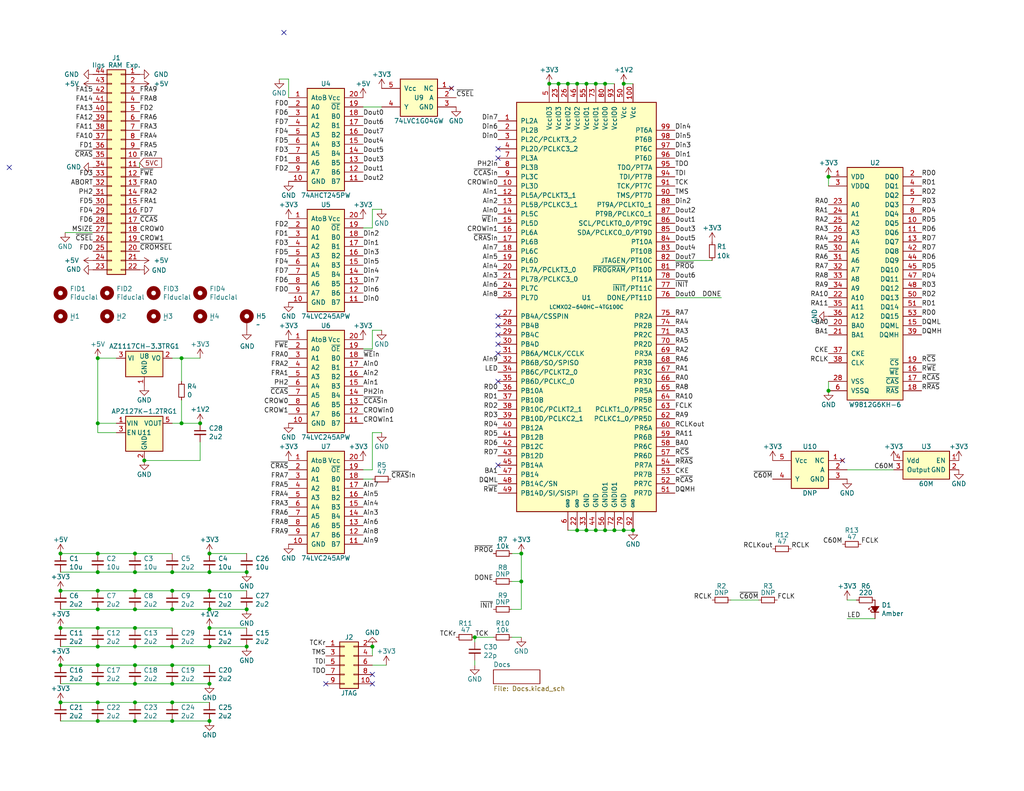
<source format=kicad_sch>
(kicad_sch
	(version 20231120)
	(generator "eeschema")
	(generator_version "8.0")
	(uuid "0fd24f5c-4245-40b1-8698-6faceb999cd9")
	(paper "USLetter")
	(title_block
		(title "GW4201D (RAM2GS II) - LCMXO2-640 / LCMXO2-1200")
		(date "2024-04-24")
		(rev "2.2")
		(company "Garrett's Workshop")
	)
	
	(junction
		(at 16.51 191.77)
		(diameter 0)
		(color 0 0 0 0)
		(uuid "0217139f-2499-43d7-bafb-1436670ed29b")
	)
	(junction
		(at 26.67 181.61)
		(diameter 0)
		(color 0 0 0 0)
		(uuid "03f96606-5fba-4497-a8a1-e61f774d0de2")
	)
	(junction
		(at 57.15 161.29)
		(diameter 0)
		(color 0 0 0 0)
		(uuid "0b8dce5b-1dfe-4652-866a-919b3fb63c34")
	)
	(junction
		(at 26.67 166.37)
		(diameter 0)
		(color 0 0 0 0)
		(uuid "0d75f2bf-f7a8-4b76-b411-d105e5e58f8c")
	)
	(junction
		(at 36.83 181.61)
		(diameter 0)
		(color 0 0 0 0)
		(uuid "1131130a-2dff-4631-9ab8-421ee8a0b3d2")
	)
	(junction
		(at 67.31 176.53)
		(diameter 0)
		(color 0 0 0 0)
		(uuid "1349768d-0b81-46a1-a9d3-bb59bd3a9825")
	)
	(junction
		(at 157.48 144.78)
		(diameter 0)
		(color 0 0 0 0)
		(uuid "14aceb7f-9ec3-4fbc-8d61-5164f60710b2")
	)
	(junction
		(at 26.67 196.85)
		(diameter 0)
		(color 0 0 0 0)
		(uuid "179f01e0-fcbc-49e7-a036-4d87bc7c202d")
	)
	(junction
		(at 36.83 191.77)
		(diameter 0)
		(color 0 0 0 0)
		(uuid "1850bf74-adc9-49c7-8073-12f9f6b5187e")
	)
	(junction
		(at 26.67 151.13)
		(diameter 0)
		(color 0 0 0 0)
		(uuid "1ae79932-536c-4b1e-a774-1b2a479fb157")
	)
	(junction
		(at 46.99 196.85)
		(diameter 0)
		(color 0 0 0 0)
		(uuid "1c8c3f55-737d-407f-8948-a052a2e94b48")
	)
	(junction
		(at 49.53 97.79)
		(diameter 0)
		(color 0 0 0 0)
		(uuid "1d4eada5-7642-4d29-821b-542aad832f88")
	)
	(junction
		(at 36.83 156.21)
		(diameter 0)
		(color 0 0 0 0)
		(uuid "1f864c56-b928-4fca-ba42-f9e00edd5cca")
	)
	(junction
		(at 160.02 144.78)
		(diameter 0)
		(color 0 0 0 0)
		(uuid "211e6244-3e14-4844-a9e4-b232faabaee0")
	)
	(junction
		(at 39.37 125.73)
		(diameter 0)
		(color 0 0 0 0)
		(uuid "242dbffd-d1a3-4165-b959-04d0eccb8dbb")
	)
	(junction
		(at 57.15 166.37)
		(diameter 0)
		(color 0 0 0 0)
		(uuid "263e7899-465f-4e63-a817-fc3b5d40c1cf")
	)
	(junction
		(at 57.15 196.85)
		(diameter 0)
		(color 0 0 0 0)
		(uuid "2d3a647e-e4fe-4825-a649-1bc1222a5d01")
	)
	(junction
		(at 67.31 156.21)
		(diameter 0)
		(color 0 0 0 0)
		(uuid "324b5749-7462-4034-a387-a88d8654f54a")
	)
	(junction
		(at 16.51 171.45)
		(diameter 0)
		(color 0 0 0 0)
		(uuid "3336deb0-e8f9-4768-8419-82bfeb21abab")
	)
	(junction
		(at 142.24 151.13)
		(diameter 0)
		(color 0 0 0 0)
		(uuid "373a0015-c5a9-4d38-a6fc-aafd7ee968d0")
	)
	(junction
		(at 170.18 144.78)
		(diameter 0)
		(color 0 0 0 0)
		(uuid "46258966-196b-4d97-9217-74410068bc11")
	)
	(junction
		(at 170.18 22.86)
		(diameter 0)
		(color 0 0 0 0)
		(uuid "469ea96f-b2c2-4ad4-bace-2a3811a45927")
	)
	(junction
		(at 46.99 156.21)
		(diameter 0)
		(color 0 0 0 0)
		(uuid "478b891d-c10a-4db8-bd4c-2d2bde600ccd")
	)
	(junction
		(at 46.99 191.77)
		(diameter 0)
		(color 0 0 0 0)
		(uuid "4aff47dd-be33-4953-952e-819cf9a36e47")
	)
	(junction
		(at 16.51 181.61)
		(diameter 0)
		(color 0 0 0 0)
		(uuid "4cf39c5c-bf74-4964-baa9-8d592f3f905f")
	)
	(junction
		(at 26.67 115.57)
		(diameter 0)
		(color 0 0 0 0)
		(uuid "4dac4267-8e37-416c-9695-928b3aa79e60")
	)
	(junction
		(at 26.67 191.77)
		(diameter 0)
		(color 0 0 0 0)
		(uuid "4e40a97e-d3ba-45e7-95a8-d1cfa86095a8")
	)
	(junction
		(at 26.67 171.45)
		(diameter 0)
		(color 0 0 0 0)
		(uuid "4e7e8103-f615-4de3-9387-801261461214")
	)
	(junction
		(at 172.72 144.78)
		(diameter 0)
		(color 0 0 0 0)
		(uuid "50dd9d39-b340-498b-b002-c8764864304e")
	)
	(junction
		(at 36.83 186.69)
		(diameter 0)
		(color 0 0 0 0)
		(uuid "54741195-f732-41f9-90d3-73982e127ffe")
	)
	(junction
		(at 162.56 22.86)
		(diameter 0)
		(color 0 0 0 0)
		(uuid "58f1674d-f066-47f2-81e7-dad9c2f9cae9")
	)
	(junction
		(at 101.6 176.53)
		(diameter 0)
		(color 0 0 0 0)
		(uuid "5dddedcb-7a74-4591-ba02-12f48e2018f3")
	)
	(junction
		(at 57.15 176.53)
		(diameter 0)
		(color 0 0 0 0)
		(uuid "5e42f171-a004-42d1-84a9-d18b3cac3d42")
	)
	(junction
		(at 46.99 161.29)
		(diameter 0)
		(color 0 0 0 0)
		(uuid "6170e390-e0bc-49f8-95ba-fcba7f66a4a4")
	)
	(junction
		(at 162.56 144.78)
		(diameter 0)
		(color 0 0 0 0)
		(uuid "63313178-6249-4d11-924d-2151bfe5d053")
	)
	(junction
		(at 36.83 151.13)
		(diameter 0)
		(color 0 0 0 0)
		(uuid "68764f89-2036-461f-a232-9271609525d9")
	)
	(junction
		(at 36.83 161.29)
		(diameter 0)
		(color 0 0 0 0)
		(uuid "737bed1d-4399-4f19-8dca-bca8c4e8c601")
	)
	(junction
		(at 57.15 186.69)
		(diameter 0)
		(color 0 0 0 0)
		(uuid "78cdd522-ceef-4b75-b8a9-f379ec7bed4d")
	)
	(junction
		(at 226.06 48.26)
		(diameter 0)
		(color 0 0 0 0)
		(uuid "7c942722-c1cb-49ef-9752-5c8438310816")
	)
	(junction
		(at 36.83 171.45)
		(diameter 0)
		(color 0 0 0 0)
		(uuid "7dff4596-8796-4e39-a38f-aa7a86e39f6a")
	)
	(junction
		(at 36.83 166.37)
		(diameter 0)
		(color 0 0 0 0)
		(uuid "80f04a9c-152d-4760-b413-fccdb96a6072")
	)
	(junction
		(at 67.31 166.37)
		(diameter 0)
		(color 0 0 0 0)
		(uuid "81c4b674-4bd7-4cd4-bc80-bb024d56db70")
	)
	(junction
		(at 226.06 106.68)
		(diameter 0)
		(color 0 0 0 0)
		(uuid "8296739a-8abe-4eab-9860-882f671dc374")
	)
	(junction
		(at 26.67 161.29)
		(diameter 0)
		(color 0 0 0 0)
		(uuid "910a8ee2-2a2b-4c7f-a41c-099aa44ce173")
	)
	(junction
		(at 57.15 151.13)
		(diameter 0)
		(color 0 0 0 0)
		(uuid "99e3073a-ecf6-4d88-8bbd-fa4773c2e58e")
	)
	(junction
		(at 49.53 115.57)
		(diameter 0)
		(color 0 0 0 0)
		(uuid "a34e161c-6732-4328-8105-e78221e9dc9a")
	)
	(junction
		(at 36.83 196.85)
		(diameter 0)
		(color 0 0 0 0)
		(uuid "a6e2df16-b577-408a-b79a-645325d43ac9")
	)
	(junction
		(at 26.67 176.53)
		(diameter 0)
		(color 0 0 0 0)
		(uuid "ae07f5de-5917-4680-8dd4-e91006e1fe5f")
	)
	(junction
		(at 142.24 158.75)
		(diameter 0)
		(color 0 0 0 0)
		(uuid "aed99cc6-51ec-436b-8189-242a4b75c6bb")
	)
	(junction
		(at 46.99 176.53)
		(diameter 0)
		(color 0 0 0 0)
		(uuid "b0518794-9039-4bb0-b079-b8501e446df5")
	)
	(junction
		(at 165.1 144.78)
		(diameter 0)
		(color 0 0 0 0)
		(uuid "b1513b29-3ed8-4cd6-9d07-a1ab81dcdc16")
	)
	(junction
		(at 157.48 22.86)
		(diameter 0)
		(color 0 0 0 0)
		(uuid "be792862-6327-47fd-8770-ede86afdfe4d")
	)
	(junction
		(at 149.86 22.86)
		(diameter 0)
		(color 0 0 0 0)
		(uuid "c6e2220b-1b22-4923-a622-896c6c1e1bae")
	)
	(junction
		(at 57.15 171.45)
		(diameter 0)
		(color 0 0 0 0)
		(uuid "c8e3593b-807b-4c18-87c6-25c1e9d93548")
	)
	(junction
		(at 154.94 22.86)
		(diameter 0)
		(color 0 0 0 0)
		(uuid "cdded9fd-40d5-4e6e-bd5c-a8c6809bc5be")
	)
	(junction
		(at 54.61 115.57)
		(diameter 0)
		(color 0 0 0 0)
		(uuid "cf2ab28b-4101-4332-a765-a45cd7c59cac")
	)
	(junction
		(at 26.67 186.69)
		(diameter 0)
		(color 0 0 0 0)
		(uuid "d059573d-60c3-4639-8c4f-d5c495186a72")
	)
	(junction
		(at 26.67 156.21)
		(diameter 0)
		(color 0 0 0 0)
		(uuid "d2c1b5bb-b586-4cce-8a4f-d19936419db1")
	)
	(junction
		(at 26.67 97.79)
		(diameter 0)
		(color 0 0 0 0)
		(uuid "d9da9d43-9083-4803-878c-cf4c48deb947")
	)
	(junction
		(at 160.02 22.86)
		(diameter 0)
		(color 0 0 0 0)
		(uuid "da51732e-6b5c-443a-9465-efb4eab1a1fc")
	)
	(junction
		(at 46.99 186.69)
		(diameter 0)
		(color 0 0 0 0)
		(uuid "e1fb2565-bdd0-4a26-a86c-4673cf70cced")
	)
	(junction
		(at 129.54 173.99)
		(diameter 0)
		(color 0 0 0 0)
		(uuid "e3ff4855-2aa6-4d98-a014-47d46819a769")
	)
	(junction
		(at 152.4 22.86)
		(diameter 0)
		(color 0 0 0 0)
		(uuid "e5c1babb-6d3f-45ae-8ed6-2c1ea9c1ad75")
	)
	(junction
		(at 46.99 181.61)
		(diameter 0)
		(color 0 0 0 0)
		(uuid "e6df987d-46c5-461f-aaf4-df9f2319a49f")
	)
	(junction
		(at 167.64 144.78)
		(diameter 0)
		(color 0 0 0 0)
		(uuid "ec5d33cd-bcce-45d2-b63e-95d3f021c2d4")
	)
	(junction
		(at 165.1 22.86)
		(diameter 0)
		(color 0 0 0 0)
		(uuid "ed629d76-2386-4cf5-aa50-ef32ed80d3b8")
	)
	(junction
		(at 36.83 176.53)
		(diameter 0)
		(color 0 0 0 0)
		(uuid "eeabfa51-85dd-413c-afe2-62a742ac7d14")
	)
	(junction
		(at 16.51 161.29)
		(diameter 0)
		(color 0 0 0 0)
		(uuid "f1936f85-2525-4094-89d1-d58db0c0351b")
	)
	(junction
		(at 46.99 166.37)
		(diameter 0)
		(color 0 0 0 0)
		(uuid "f27ee32c-aea0-4839-b6de-c23b3d6da0f4")
	)
	(junction
		(at 16.51 151.13)
		(diameter 0)
		(color 0 0 0 0)
		(uuid "f4dc0f09-4bf4-447d-bde3-7d4a45066bad")
	)
	(junction
		(at 57.15 156.21)
		(diameter 0)
		(color 0 0 0 0)
		(uuid "fef6f1db-6a48-4a52-a7ed-2cbdfbd2e7c2")
	)
	(no_connect
		(at 88.9 186.69)
		(uuid "115fc95c-b86c-4499-b82e-4442d2b28ddc")
	)
	(no_connect
		(at 101.6 184.15)
		(uuid "35e55a85-04ac-44cb-b0b1-0ebd148bfa81")
	)
	(no_connect
		(at 135.89 88.9)
		(uuid "396747df-6043-4a0c-a61c-8ee398c15895")
	)
	(no_connect
		(at 135.89 43.18)
		(uuid "3cb9aad1-66ed-4574-b07f-d09d1a5831c6")
	)
	(no_connect
		(at 101.6 186.69)
		(uuid "44242320-e056-4a51-8f17-f12d7df7b7af")
	)
	(no_connect
		(at 135.89 86.36)
		(uuid "52c6758c-7d22-4037-a30a-2d834bd2430c")
	)
	(no_connect
		(at 135.89 127)
		(uuid "68434a67-21f3-4e6f-85f8-96a08a92b990")
	)
	(no_connect
		(at 2.54 45.72)
		(uuid "82d2704c-bb6e-4bb9-bf3b-b3df0e0d2716")
	)
	(no_connect
		(at 229.87 125.73)
		(uuid "8954bbef-d97c-44d3-bb20-b3f3d5a2302d")
	)
	(no_connect
		(at 135.89 96.52)
		(uuid "96c040c5-7daf-4f80-a5f0-d279c7a6b658")
	)
	(no_connect
		(at 135.89 40.64)
		(uuid "a7fa4ee6-41f3-4f64-96ce-39f33f630a6e")
	)
	(no_connect
		(at 135.89 91.44)
		(uuid "bc659e8a-3b18-4b25-98d7-cd9851bd56bd")
	)
	(no_connect
		(at 135.89 93.98)
		(uuid "c4b7774d-0052-4001-8707-fdf3150fc246")
	)
	(no_connect
		(at 135.89 104.14)
		(uuid "d5830600-d320-4c70-a431-248ec3d71cb2")
	)
	(no_connect
		(at 77.47 8.89)
		(uuid "de6c3c01-ffaf-4fd1-bba1-97e198634073")
	)
	(no_connect
		(at 123.19 24.13)
		(uuid "f7c23c47-70ad-4eef-8e50-87db2dcf856b")
	)
	(wire
		(pts
			(xy 46.99 176.53) (xy 57.15 176.53)
		)
		(stroke
			(width 0)
			(type default)
		)
		(uuid "00ef00a5-3ce7-47ff-91ce-5c6f120036e4")
	)
	(wire
		(pts
			(xy 31.75 118.11) (xy 26.67 118.11)
		)
		(stroke
			(width 0)
			(type default)
		)
		(uuid "01c7340e-16e2-41aa-bd66-db9b5ad42f12")
	)
	(wire
		(pts
			(xy 49.53 109.22) (xy 49.53 115.57)
		)
		(stroke
			(width 0)
			(type default)
		)
		(uuid "04701d09-035e-45f9-9b21-ffbe6c3a0a41")
	)
	(wire
		(pts
			(xy 16.51 176.53) (xy 26.67 176.53)
		)
		(stroke
			(width 0)
			(type default)
		)
		(uuid "0b882407-3c2c-4387-b982-e1671064326d")
	)
	(wire
		(pts
			(xy 36.83 176.53) (xy 46.99 176.53)
		)
		(stroke
			(width 0)
			(type default)
		)
		(uuid "0c1b722a-39d6-491c-983c-fe626f2b57fe")
	)
	(wire
		(pts
			(xy 36.83 156.21) (xy 46.99 156.21)
		)
		(stroke
			(width 0)
			(type default)
		)
		(uuid "105edf3d-8058-4fab-9ef8-a68bc8c7f593")
	)
	(wire
		(pts
			(xy 78.74 21.59) (xy 76.2 21.59)
		)
		(stroke
			(width 0)
			(type default)
		)
		(uuid "10fb7fc8-3a61-41bc-82f5-173cd2ad5f08")
	)
	(wire
		(pts
			(xy 36.83 186.69) (xy 46.99 186.69)
		)
		(stroke
			(width 0)
			(type default)
		)
		(uuid "12af00ef-6eb5-4aa7-af55-16afe6fe3d78")
	)
	(wire
		(pts
			(xy 26.67 196.85) (xy 36.83 196.85)
		)
		(stroke
			(width 0)
			(type default)
		)
		(uuid "146cf631-2943-4211-8158-08f5beb763bd")
	)
	(wire
		(pts
			(xy 16.51 181.61) (xy 26.67 181.61)
		)
		(stroke
			(width 0)
			(type default)
		)
		(uuid "173e9083-7503-4eeb-804d-494b3c434a45")
	)
	(wire
		(pts
			(xy 142.24 151.13) (xy 139.7 151.13)
		)
		(stroke
			(width 0)
			(type default)
		)
		(uuid "18f27b9c-ede9-4fb7-ac55-3c15c60fd259")
	)
	(wire
		(pts
			(xy 162.56 22.86) (xy 165.1 22.86)
		)
		(stroke
			(width 0)
			(type default)
		)
		(uuid "1ada89dd-8575-44ff-a0f7-a3016cae7db7")
	)
	(wire
		(pts
			(xy 101.6 90.17) (xy 104.14 90.17)
		)
		(stroke
			(width 0)
			(type default)
		)
		(uuid "1b08961a-260d-48f6-ad90-17fd41fc993f")
	)
	(wire
		(pts
			(xy 46.99 196.85) (xy 57.15 196.85)
		)
		(stroke
			(width 0)
			(type default)
		)
		(uuid "1da2f2e2-7dc2-4570-a826-e61f4dd0ebc0")
	)
	(wire
		(pts
			(xy 57.15 171.45) (xy 67.31 171.45)
		)
		(stroke
			(width 0)
			(type default)
		)
		(uuid "1f097493-3e4e-4f38-a5cd-6d67ad7547fa")
	)
	(wire
		(pts
			(xy 101.6 130.81) (xy 99.06 130.81)
		)
		(stroke
			(width 0)
			(type default)
		)
		(uuid "242336ea-5180-496e-8ee1-c8e8e61cf574")
	)
	(wire
		(pts
			(xy 46.99 156.21) (xy 57.15 156.21)
		)
		(stroke
			(width 0)
			(type default)
		)
		(uuid "250be626-aced-4edc-8dcc-d869452697c3")
	)
	(wire
		(pts
			(xy 101.6 57.15) (xy 104.14 57.15)
		)
		(stroke
			(width 0)
			(type default)
		)
		(uuid "2633ce22-55ed-4c42-97bb-ee3ccccfb9e6")
	)
	(wire
		(pts
			(xy 26.67 156.21) (xy 36.83 156.21)
		)
		(stroke
			(width 0)
			(type default)
		)
		(uuid "2c308174-a8b8-4c55-9737-cbbda4d701c9")
	)
	(wire
		(pts
			(xy 160.02 144.78) (xy 157.48 144.78)
		)
		(stroke
			(width 0)
			(type default)
		)
		(uuid "2c78f7f0-7589-4944-a9ca-592336b26e39")
	)
	(wire
		(pts
			(xy 139.7 173.99) (xy 142.24 173.99)
		)
		(stroke
			(width 0)
			(type default)
		)
		(uuid "310cc29c-112a-4a79-b72e-0f19f9e59c15")
	)
	(wire
		(pts
			(xy 226.06 106.68) (xy 226.06 104.14)
		)
		(stroke
			(width 0)
			(type default)
		)
		(uuid "37d930ca-12e3-474d-afa7-386e33c4eb12")
	)
	(wire
		(pts
			(xy 104.14 29.21) (xy 99.06 29.21)
		)
		(stroke
			(width 0)
			(type default)
		)
		(uuid "3803f348-1c38-4427-9acc-2f00548ec54e")
	)
	(wire
		(pts
			(xy 194.31 71.12) (xy 184.15 71.12)
		)
		(stroke
			(width 0)
			(type default)
		)
		(uuid "388f8dff-c8f6-4a31-b8a2-1a12ac64016c")
	)
	(wire
		(pts
			(xy 46.99 181.61) (xy 57.15 181.61)
		)
		(stroke
			(width 0)
			(type default)
		)
		(uuid "391f5941-9045-43bf-a8de-3a6f40d8482e")
	)
	(wire
		(pts
			(xy 46.99 191.77) (xy 57.15 191.77)
		)
		(stroke
			(width 0)
			(type default)
		)
		(uuid "3cec48b7-fa1f-43f1-a07b-1bba7edc0b55")
	)
	(wire
		(pts
			(xy 36.83 166.37) (xy 46.99 166.37)
		)
		(stroke
			(width 0)
			(type default)
		)
		(uuid "3e2c1d97-52e1-4fba-b5e0-3234c11fee84")
	)
	(wire
		(pts
			(xy 16.51 156.21) (xy 26.67 156.21)
		)
		(stroke
			(width 0)
			(type default)
		)
		(uuid "416f22d9-f378-4c20-bfa1-c42e7ce68b10")
	)
	(wire
		(pts
			(xy 26.67 161.29) (xy 36.83 161.29)
		)
		(stroke
			(width 0)
			(type default)
		)
		(uuid "428e4daa-79e1-4fed-9e13-c14a7a7a0714")
	)
	(wire
		(pts
			(xy 78.74 26.67) (xy 78.74 21.59)
		)
		(stroke
			(width 0)
			(type default)
		)
		(uuid "440a874f-2c6b-4fc9-a94a-d3fb85d5ee1d")
	)
	(wire
		(pts
			(xy 16.51 166.37) (xy 26.67 166.37)
		)
		(stroke
			(width 0)
			(type default)
		)
		(uuid "4576ea6b-c69a-4c0f-a685-394a57a62f2f")
	)
	(wire
		(pts
			(xy 16.51 151.13) (xy 26.67 151.13)
		)
		(stroke
			(width 0)
			(type default)
		)
		(uuid "4712d6a8-0d2d-42ae-a8c1-cb99cc0d07e3")
	)
	(wire
		(pts
			(xy 154.94 22.86) (xy 157.48 22.86)
		)
		(stroke
			(width 0)
			(type default)
		)
		(uuid "485adfcd-76fd-4320-b039-2ea19e279485")
	)
	(wire
		(pts
			(xy 238.76 168.91) (xy 231.14 168.91)
		)
		(stroke
			(width 0)
			(type default)
		)
		(uuid "49ffce83-dd8e-4dfa-9bec-003b0f451c87")
	)
	(wire
		(pts
			(xy 101.6 118.11) (xy 104.14 118.11)
		)
		(stroke
			(width 0)
			(type default)
		)
		(uuid "4ce2e765-3c8d-4303-9b43-82bd2853f1c9")
	)
	(wire
		(pts
			(xy 36.83 161.29) (xy 46.99 161.29)
		)
		(stroke
			(width 0)
			(type default)
		)
		(uuid "4dedd8dd-7bef-42e9-b3c5-74bc3c6d1393")
	)
	(wire
		(pts
			(xy 46.99 166.37) (xy 57.15 166.37)
		)
		(stroke
			(width 0)
			(type default)
		)
		(uuid "4e20780a-e732-48f0-8715-90f7cbc9eebd")
	)
	(wire
		(pts
			(xy 152.4 22.86) (xy 154.94 22.86)
		)
		(stroke
			(width 0)
			(type default)
		)
		(uuid "53669d7a-0889-4143-8c09-8775b2f122c6")
	)
	(wire
		(pts
			(xy 36.83 191.77) (xy 46.99 191.77)
		)
		(stroke
			(width 0)
			(type default)
		)
		(uuid "54483357-c4ae-43a3-a7b5-66d2560f58c6")
	)
	(wire
		(pts
			(xy 105.41 181.61) (xy 101.6 181.61)
		)
		(stroke
			(width 0)
			(type default)
		)
		(uuid "5d51fd85-d705-439d-98cb-99638cd2b2da")
	)
	(wire
		(pts
			(xy 172.72 22.86) (xy 170.18 22.86)
		)
		(stroke
			(width 0)
			(type default)
		)
		(uuid "5f7a5102-fdf7-475b-9e6f-40a7bd799655")
	)
	(wire
		(pts
			(xy 184.15 81.28) (xy 196.85 81.28)
		)
		(stroke
			(width 0)
			(type default)
		)
		(uuid "5fbaef1e-2066-4412-b425-dc3412549b33")
	)
	(wire
		(pts
			(xy 38.1 44.45) (xy 38.1 45.72)
		)
		(stroke
			(width 0)
			(type default)
		)
		(uuid "657df7ca-491d-49ce-b656-675df5506eb8")
	)
	(wire
		(pts
			(xy 129.54 181.61) (xy 129.54 180.34)
		)
		(stroke
			(width 0)
			(type default)
		)
		(uuid "65dd5678-cfa9-4171-89eb-e736feb4c1fa")
	)
	(wire
		(pts
			(xy 142.24 151.13) (xy 142.24 158.75)
		)
		(stroke
			(width 0)
			(type default)
		)
		(uuid "67522a64-e538-49ea-accf-4ac5470f2420")
	)
	(wire
		(pts
			(xy 54.61 115.57) (xy 49.53 115.57)
		)
		(stroke
			(width 0)
			(type default)
		)
		(uuid "68c44e6e-fd0b-4ff1-8cd9-c1125cd7a59b")
	)
	(wire
		(pts
			(xy 101.6 62.23) (xy 101.6 57.15)
		)
		(stroke
			(width 0)
			(type default)
		)
		(uuid "6c08bd94-9429-4381-81bd-ca36ce5386f2")
	)
	(wire
		(pts
			(xy 67.31 161.29) (xy 57.15 161.29)
		)
		(stroke
			(width 0)
			(type default)
		)
		(uuid "726c182b-013e-4744-8887-7f2f1c3d99c4")
	)
	(wire
		(pts
			(xy 142.24 158.75) (xy 142.24 166.37)
		)
		(stroke
			(width 0)
			(type default)
		)
		(uuid "7335849b-80f8-4568-b2ff-c985e90fa47e")
	)
	(wire
		(pts
			(xy 101.6 95.25) (xy 101.6 90.17)
		)
		(stroke
			(width 0)
			(type default)
		)
		(uuid "7420ace4-7a25-4e2e-8e3e-0c4fd3bce3a1")
	)
	(wire
		(pts
			(xy 46.99 161.29) (xy 57.15 161.29)
		)
		(stroke
			(width 0)
			(type default)
		)
		(uuid "75aba8fa-07b8-46e4-aba9-acd853b625b4")
	)
	(wire
		(pts
			(xy 16.51 171.45) (xy 26.67 171.45)
		)
		(stroke
			(width 0)
			(type default)
		)
		(uuid "75f82fe7-ea6f-4561-9ef3-c54d8f74715a")
	)
	(wire
		(pts
			(xy 26.67 186.69) (xy 36.83 186.69)
		)
		(stroke
			(width 0)
			(type default)
		)
		(uuid "7bea65be-4b5d-4861-a933-9ef5393c9813")
	)
	(wire
		(pts
			(xy 165.1 22.86) (xy 167.64 22.86)
		)
		(stroke
			(width 0)
			(type default)
		)
		(uuid "7ca64499-be84-4d71-826a-ef3983dec119")
	)
	(wire
		(pts
			(xy 31.75 115.57) (xy 26.67 115.57)
		)
		(stroke
			(width 0)
			(type default)
		)
		(uuid "7cd851ea-04f9-4303-8dc4-496bfaa86244")
	)
	(wire
		(pts
			(xy 17.78 63.5) (xy 25.4 63.5)
		)
		(stroke
			(width 0)
			(type default)
		)
		(uuid "7ffb7faf-659e-44fa-96b5-21499bd061ad")
	)
	(wire
		(pts
			(xy 157.48 22.86) (xy 160.02 22.86)
		)
		(stroke
			(width 0)
			(type default)
		)
		(uuid "888959ab-9b88-4b97-a7bf-1048dcae82e6")
	)
	(wire
		(pts
			(xy 160.02 22.86) (xy 162.56 22.86)
		)
		(stroke
			(width 0)
			(type default)
		)
		(uuid "8bfa0ecf-e8b5-4c14-8b1b-16035c3f7e4b")
	)
	(wire
		(pts
			(xy 26.67 191.77) (xy 36.83 191.77)
		)
		(stroke
			(width 0)
			(type default)
		)
		(uuid "8d453ae7-058d-4332-94de-060b23cfc9ad")
	)
	(wire
		(pts
			(xy 54.61 125.73) (xy 39.37 125.73)
		)
		(stroke
			(width 0)
			(type default)
		)
		(uuid "8f3670bb-1a1c-4f77-a3c8-8cc6e43eebb8")
	)
	(wire
		(pts
			(xy 26.67 151.13) (xy 36.83 151.13)
		)
		(stroke
			(width 0)
			(type default)
		)
		(uuid "971631d5-5dab-48a3-b0c1-e15a8acd73c6")
	)
	(wire
		(pts
			(xy 46.99 186.69) (xy 57.15 186.69)
		)
		(stroke
			(width 0)
			(type default)
		)
		(uuid "99ebe7db-6c2b-4703-b852-3625e344e286")
	)
	(wire
		(pts
			(xy 26.67 171.45) (xy 36.83 171.45)
		)
		(stroke
			(width 0)
			(type default)
		)
		(uuid "9e83b477-60d9-4d4a-91b8-6cfc1e074e10")
	)
	(wire
		(pts
			(xy 49.53 115.57) (xy 46.99 115.57)
		)
		(stroke
			(width 0)
			(type default)
		)
		(uuid "9f028fbe-ff50-49ce-9425-5513be32465d")
	)
	(wire
		(pts
			(xy 54.61 120.65) (xy 54.61 125.73)
		)
		(stroke
			(width 0)
			(type default)
		)
		(uuid "a3f482d7-9d48-41aa-93c7-966d6507bf7a")
	)
	(wire
		(pts
			(xy 26.67 115.57) (xy 26.67 97.79)
		)
		(stroke
			(width 0)
			(type default)
		)
		(uuid "a573165a-f317-4298-a3a9-8d4de00fd783")
	)
	(wire
		(pts
			(xy 101.6 128.27) (xy 99.06 128.27)
		)
		(stroke
			(width 0)
			(type default)
		)
		(uuid "a6a8a5d8-4ce4-4079-baa3-c4bb72108e38")
	)
	(wire
		(pts
			(xy 36.83 181.61) (xy 46.99 181.61)
		)
		(stroke
			(width 0)
			(type default)
		)
		(uuid "a83b505b-cc77-4c2c-8329-41685b4a4de2")
	)
	(wire
		(pts
			(xy 57.15 166.37) (xy 67.31 166.37)
		)
		(stroke
			(width 0)
			(type default)
		)
		(uuid "a8f39a3a-48ef-411e-9472-074a9bfdc9c2")
	)
	(wire
		(pts
			(xy 26.67 97.79) (xy 31.75 97.79)
		)
		(stroke
			(width 0)
			(type default)
		)
		(uuid "aeaf87ee-c96b-42cc-9446-78368e0847cf")
	)
	(wire
		(pts
			(xy 165.1 144.78) (xy 162.56 144.78)
		)
		(stroke
			(width 0)
			(type default)
		)
		(uuid "aec01c3a-309e-49e0-9d7e-09221167cf56")
	)
	(wire
		(pts
			(xy 16.51 186.69) (xy 26.67 186.69)
		)
		(stroke
			(width 0)
			(type default)
		)
		(uuid "af620592-808e-4132-bf0c-88a25a6494b5")
	)
	(wire
		(pts
			(xy 16.51 196.85) (xy 26.67 196.85)
		)
		(stroke
			(width 0)
			(type default)
		)
		(uuid "b18db2ff-2893-40e9-972e-02969975694c")
	)
	(wire
		(pts
			(xy 36.83 151.13) (xy 46.99 151.13)
		)
		(stroke
			(width 0)
			(type default)
		)
		(uuid "bf40272e-f41a-40a3-afda-31d8e77e07e5")
	)
	(wire
		(pts
			(xy 49.53 104.14) (xy 49.53 97.79)
		)
		(stroke
			(width 0)
			(type default)
		)
		(uuid "c04d25f2-d666-4284-b64a-3bef0ffd891b")
	)
	(wire
		(pts
			(xy 16.51 161.29) (xy 26.67 161.29)
		)
		(stroke
			(width 0)
			(type default)
		)
		(uuid "c1ff4c09-cc45-45d8-9a68-9b1faafcb39a")
	)
	(wire
		(pts
			(xy 26.67 181.61) (xy 36.83 181.61)
		)
		(stroke
			(width 0)
			(type default)
		)
		(uuid "c299abcf-1752-49f3-8fe9-a64bb9f3dd2d")
	)
	(wire
		(pts
			(xy 142.24 158.75) (xy 139.7 158.75)
		)
		(stroke
			(width 0)
			(type default)
		)
		(uuid "c719bf5b-2431-4d35-81d2-3b4c1bddec36")
	)
	(wire
		(pts
			(xy 57.15 176.53) (xy 67.31 176.53)
		)
		(stroke
			(width 0)
			(type default)
		)
		(uuid "ca0e00b0-fe5f-471f-b68e-febf5334a5b7")
	)
	(wire
		(pts
			(xy 101.6 95.25) (xy 99.06 95.25)
		)
		(stroke
			(width 0)
			(type default)
		)
		(uuid "cdd8df34-ff54-46f6-912c-ad09cf42b8ab")
	)
	(wire
		(pts
			(xy 129.54 173.99) (xy 134.62 173.99)
		)
		(stroke
			(width 0)
			(type default)
		)
		(uuid "cde8f4bc-73ad-427e-8dee-ed7aa92b9e37")
	)
	(wire
		(pts
			(xy 54.61 97.79) (xy 49.53 97.79)
		)
		(stroke
			(width 0)
			(type default)
		)
		(uuid "cf49b9d8-dae8-41a9-aa6a-65183bea8756")
	)
	(wire
		(pts
			(xy 170.18 144.78) (xy 167.64 144.78)
		)
		(stroke
			(width 0)
			(type default)
		)
		(uuid "d3992ef3-244e-4150-b6d0-e35f486e2ec6")
	)
	(wire
		(pts
			(xy 231.14 128.27) (xy 243.84 128.27)
		)
		(stroke
			(width 0)
			(type default)
		)
		(uuid "d43f42b4-066e-4f06-bd56-5e9ece4ce0c1")
	)
	(wire
		(pts
			(xy 167.64 144.78) (xy 165.1 144.78)
		)
		(stroke
			(width 0)
			(type default)
		)
		(uuid "d531aff4-a79d-4a31-b411-07b0c9e30684")
	)
	(wire
		(pts
			(xy 162.56 144.78) (xy 160.02 144.78)
		)
		(stroke
			(width 0)
			(type default)
		)
		(uuid "d59364c3-1315-4e90-926b-4849f4d07340")
	)
	(wire
		(pts
			(xy 67.31 151.13) (xy 57.15 151.13)
		)
		(stroke
			(width 0)
			(type default)
		)
		(uuid "d6f1884e-693b-4ebd-b124-27eb1b0c8ec3")
	)
	(wire
		(pts
			(xy 16.51 191.77) (xy 26.67 191.77)
		)
		(stroke
			(width 0)
			(type default)
		)
		(uuid "d90cebb6-3687-4baa-8ffb-5082f5e6f19e")
	)
	(wire
		(pts
			(xy 26.67 166.37) (xy 36.83 166.37)
		)
		(stroke
			(width 0)
			(type default)
		)
		(uuid "d9d3cecb-d9af-4ef1-a9b3-1d60407107d6")
	)
	(wire
		(pts
			(xy 101.6 176.53) (xy 101.6 179.07)
		)
		(stroke
			(width 0)
			(type default)
		)
		(uuid "e47381e3-eac3-4ebf-b122-21ca3854187a")
	)
	(wire
		(pts
			(xy 129.54 173.99) (xy 129.54 175.26)
		)
		(stroke
			(width 0)
			(type default)
		)
		(uuid "e5ac664d-25e2-4481-aa1c-70f60a1a9d79")
	)
	(wire
		(pts
			(xy 26.67 176.53) (xy 36.83 176.53)
		)
		(stroke
			(width 0)
			(type default)
		)
		(uuid "e7bacd75-4743-4795-8e9f-ee515e556493")
	)
	(wire
		(pts
			(xy 57.15 156.21) (xy 67.31 156.21)
		)
		(stroke
			(width 0)
			(type default)
		)
		(uuid "e8411405-d2af-4cee-98de-8f87ba97d6bc")
	)
	(wire
		(pts
			(xy 149.86 22.86) (xy 152.4 22.86)
		)
		(stroke
			(width 0)
			(type default)
		)
		(uuid "e86ff65a-4f72-411a-a7a0-761b32ee31c0")
	)
	(wire
		(pts
			(xy 142.24 166.37) (xy 139.7 166.37)
		)
		(stroke
			(width 0)
			(type default)
		)
		(uuid "eaceada3-169f-4019-b218-feead908147b")
	)
	(wire
		(pts
			(xy 101.6 118.11) (xy 101.6 128.27)
		)
		(stroke
			(width 0)
			(type default)
		)
		(uuid "efa44a3f-bdb0-4f11-b775-bc2800299b89")
	)
	(wire
		(pts
			(xy 157.48 144.78) (xy 154.94 144.78)
		)
		(stroke
			(width 0)
			(type default)
		)
		(uuid "f2171e4d-81a0-4449-90fa-4a5f16fd4d77")
	)
	(wire
		(pts
			(xy 36.83 171.45) (xy 46.99 171.45)
		)
		(stroke
			(width 0)
			(type default)
		)
		(uuid "f3741640-f59b-40cf-ac99-e2ddd6303054")
	)
	(wire
		(pts
			(xy 199.39 163.83) (xy 207.01 163.83)
		)
		(stroke
			(width 0)
			(type default)
		)
		(uuid "f3ac6a20-86da-4afb-a600-a6988f259204")
	)
	(wire
		(pts
			(xy 49.53 97.79) (xy 46.99 97.79)
		)
		(stroke
			(width 0)
			(type default)
		)
		(uuid "f6a9d317-c902-40df-b3be-09bea08b8eb0")
	)
	(wire
		(pts
			(xy 231.14 163.83) (xy 233.68 163.83)
		)
		(stroke
			(width 0)
			(type default)
		)
		(uuid "f7c20970-bd4a-427a-a2ad-06d60893a8e5")
	)
	(wire
		(pts
			(xy 36.83 196.85) (xy 46.99 196.85)
		)
		(stroke
			(width 0)
			(type default)
		)
		(uuid "f8f87ea3-8350-4d15-8477-6a822a907e99")
	)
	(wire
		(pts
			(xy 172.72 144.78) (xy 170.18 144.78)
		)
		(stroke
			(width 0)
			(type default)
		)
		(uuid "fa774955-ef47-4763-a830-7b799e1129de")
	)
	(wire
		(pts
			(xy 26.67 118.11) (xy 26.67 115.57)
		)
		(stroke
			(width 0)
			(type default)
		)
		(uuid "fd5cdb08-feab-488c-99cf-a8cbffe0e14d")
	)
	(wire
		(pts
			(xy 226.06 48.26) (xy 226.06 50.8)
		)
		(stroke
			(width 0)
			(type default)
		)
		(uuid "ff1de0c6-a14a-4a7b-927b-e4d623f41ff2")
	)
	(wire
		(pts
			(xy 101.6 62.23) (xy 99.06 62.23)
		)
		(stroke
			(width 0)
			(type default)
		)
		(uuid "ff7b3e5e-161d-4367-af44-e14125372876")
	)
	(label "FD2"
		(at 78.74 46.99 180)
		(fields_autoplaced yes)
		(effects
			(font
				(size 1.27 1.27)
			)
			(justify right bottom)
		)
		(uuid "007369ee-1a31-4cb1-8c67-ac7349222bc5")
	)
	(label "RA2"
		(at 184.15 96.52 0)
		(fields_autoplaced yes)
		(effects
			(font
				(size 1.27 1.27)
			)
			(justify left bottom)
		)
		(uuid "02db4310-21e2-465a-a998-6c8a266f7071")
	)
	(label "Dout2"
		(at 184.15 58.42 0)
		(fields_autoplaced yes)
		(effects
			(font
				(size 1.27 1.27)
			)
			(justify left bottom)
		)
		(uuid "030565da-4164-4aca-9133-8555e187135a")
	)
	(label "RA0"
		(at 226.06 55.88 180)
		(fields_autoplaced yes)
		(effects
			(font
				(size 1.27 1.27)
			)
			(justify right bottom)
		)
		(uuid "043df407-9bb2-404d-9fea-cadc777cfd13")
	)
	(label "RD7"
		(at 251.46 68.58 0)
		(fields_autoplaced yes)
		(effects
			(font
				(size 1.27 1.27)
			)
			(justify left bottom)
		)
		(uuid "07725403-b326-4a8c-9ff0-97c60a776978")
	)
	(label "Ain6"
		(at 135.89 78.74 180)
		(fields_autoplaced yes)
		(effects
			(font
				(size 1.27 1.27)
			)
			(justify right bottom)
		)
		(uuid "08f73854-ff79-4e83-b062-1feaf5143e22")
	)
	(label "TDO"
		(at 184.15 45.72 0)
		(fields_autoplaced yes)
		(effects
			(font
				(size 1.27 1.27)
			)
			(justify left bottom)
		)
		(uuid "0928591c-f495-4526-a6f1-d05549013609")
	)
	(label "Dout7"
		(at 99.06 36.83 0)
		(fields_autoplaced yes)
		(effects
			(font
				(size 1.27 1.27)
			)
			(justify left bottom)
		)
		(uuid "0b3cf1cf-1a1d-43d6-b92f-76cc306e467c")
	)
	(label "BA0"
		(at 184.15 121.92 0)
		(fields_autoplaced yes)
		(effects
			(font
				(size 1.27 1.27)
			)
			(justify left bottom)
		)
		(uuid "0c342cbd-c920-4946-9dcd-6404e7c6f4b4")
	)
	(label "~{FWE}"
		(at 78.74 95.25 180)
		(fields_autoplaced yes)
		(effects
			(font
				(size 1.27 1.27)
			)
			(justify right bottom)
		)
		(uuid "0c8b7ff9-50fc-406f-958c-946d7ce4cda0")
	)
	(label "MSIZE"
		(at 25.4 63.5 180)
		(fields_autoplaced yes)
		(effects
			(font
				(size 1.27 1.27)
			)
			(justify right bottom)
		)
		(uuid "0cb294f7-1e3d-40aa-b83a-7e1327b86160")
	)
	(label "RD6"
		(at 135.89 121.92 180)
		(fields_autoplaced yes)
		(effects
			(font
				(size 1.27 1.27)
			)
			(justify right bottom)
		)
		(uuid "0f8786b6-73ca-429d-b7e6-544ba4b92735")
	)
	(label "FRA3"
		(at 78.74 138.43 180)
		(fields_autoplaced yes)
		(effects
			(font
				(size 1.27 1.27)
			)
			(justify right bottom)
		)
		(uuid "0fc6102e-0f9e-4ac7-9bfd-fd7396233f28")
	)
	(label "TCK"
		(at 133.35 173.99 180)
		(fields_autoplaced yes)
		(effects
			(font
				(size 1.27 1.27)
			)
			(justify right bottom)
		)
		(uuid "11795aa3-72db-4feb-99a5-1b17f825a7af")
	)
	(label "RA2"
		(at 226.06 60.96 180)
		(fields_autoplaced yes)
		(effects
			(font
				(size 1.27 1.27)
			)
			(justify right bottom)
		)
		(uuid "1198036b-b2fa-4056-91f0-29d997af237b")
	)
	(label "Din7"
		(at 135.89 33.02 180)
		(fields_autoplaced yes)
		(effects
			(font
				(size 1.27 1.27)
			)
			(justify right bottom)
		)
		(uuid "1200f3b1-3e0e-4b99-99ad-d856ec40da62")
	)
	(label "RD4"
		(at 135.89 116.84 180)
		(fields_autoplaced yes)
		(effects
			(font
				(size 1.27 1.27)
			)
			(justify right bottom)
		)
		(uuid "125dd291-a563-4e43-b47c-f6782eebb065")
	)
	(label "RA11"
		(at 184.15 119.38 0)
		(fields_autoplaced yes)
		(effects
			(font
				(size 1.27 1.27)
			)
			(justify left bottom)
		)
		(uuid "138b61cd-2b18-4cc0-83c4-9392d0f2b24f")
	)
	(label "RD1"
		(at 251.46 83.82 0)
		(fields_autoplaced yes)
		(effects
			(font
				(size 1.27 1.27)
			)
			(justify left bottom)
		)
		(uuid "139c96eb-db0d-49d6-9e62-0c85fbef652e")
	)
	(label "Ain1"
		(at 99.06 105.41 0)
		(fields_autoplaced yes)
		(effects
			(font
				(size 1.27 1.27)
			)
			(justify left bottom)
		)
		(uuid "142f781f-b8e1-420c-9d86-997e8665e18b")
	)
	(label "DONE"
		(at 134.62 158.75 180)
		(fields_autoplaced yes)
		(effects
			(font
				(size 1.27 1.27)
			)
			(justify right bottom)
		)
		(uuid "151c6b35-277b-4653-b988-75dab6400a48")
	)
	(label "FRA1"
		(at 38.1 55.88 0)
		(fields_autoplaced yes)
		(effects
			(font
				(size 1.27 1.27)
			)
			(justify left bottom)
		)
		(uuid "1820b122-0089-44d3-ad7f-704bad4dae23")
	)
	(label "Dout2"
		(at 99.06 49.53 0)
		(fields_autoplaced yes)
		(effects
			(font
				(size 1.27 1.27)
			)
			(justify left bottom)
		)
		(uuid "189a78e4-3851-4158-a980-3aad74979342")
	)
	(label "CROWin1"
		(at 135.89 63.5 180)
		(fields_autoplaced yes)
		(effects
			(font
				(size 1.27 1.27)
			)
			(justify right bottom)
		)
		(uuid "1d44010f-b842-4b22-99d4-052a83fc3229")
	)
	(label "Ain4"
		(at 135.89 73.66 180)
		(fields_autoplaced yes)
		(effects
			(font
				(size 1.27 1.27)
			)
			(justify right bottom)
		)
		(uuid "1eb8be86-0759-448c-8645-abd77567f654")
	)
	(label "FD3"
		(at 25.4 48.26 180)
		(fields_autoplaced yes)
		(effects
			(font
				(size 1.27 1.27)
			)
			(justify right bottom)
		)
		(uuid "205ff9e9-09b5-4ff5-95b7-2158b3d1c765")
	)
	(label "RCLKout"
		(at 210.82 149.86 180)
		(fields_autoplaced yes)
		(effects
			(font
				(size 1.27 1.27)
			)
			(justify right bottom)
		)
		(uuid "20bbea55-2692-4f3a-bf47-e18426417429")
	)
	(label "LED"
		(at 135.89 101.6 180)
		(fields_autoplaced yes)
		(effects
			(font
				(size 1.27 1.27)
			)
			(justify right bottom)
		)
		(uuid "20e0ed93-4882-4770-af97-020f3d315f7b")
	)
	(label "RA4"
		(at 184.15 88.9 0)
		(fields_autoplaced yes)
		(effects
			(font
				(size 1.27 1.27)
			)
			(justify left bottom)
		)
		(uuid "20f90454-5f7d-4d9e-bba7-4ce0498a76b0")
	)
	(label "CROW0"
		(at 78.74 110.49 180)
		(fields_autoplaced yes)
		(effects
			(font
				(size 1.27 1.27)
			)
			(justify right bottom)
		)
		(uuid "236a2098-68d4-42cd-9076-8405f9554431")
	)
	(label "FRA9"
		(at 78.74 146.05 180)
		(fields_autoplaced yes)
		(effects
			(font
				(size 1.27 1.27)
			)
			(justify right bottom)
		)
		(uuid "26e30cab-0dd6-4aa7-b241-98ca2c82eb60")
	)
	(label "R~{WE}"
		(at 135.89 134.62 180)
		(fields_autoplaced yes)
		(effects
			(font
				(size 1.27 1.27)
			)
			(justify right bottom)
		)
		(uuid "26ff2cb4-e68f-40b0-89e9-6bce2e0baab3")
	)
	(label "Dout6"
		(at 99.06 34.29 0)
		(fields_autoplaced yes)
		(effects
			(font
				(size 1.27 1.27)
			)
			(justify left bottom)
		)
		(uuid "2a5fa4ea-1846-403d-8692-f5ce8284b44c")
	)
	(label "~{WE}in"
		(at 135.89 60.96 180)
		(fields_autoplaced yes)
		(effects
			(font
				(size 1.27 1.27)
			)
			(justify right bottom)
		)
		(uuid "2c1d3fda-e416-44d7-8799-4aca5fed7acf")
	)
	(label "RA0"
		(at 184.15 104.14 0)
		(fields_autoplaced yes)
		(effects
			(font
				(size 1.27 1.27)
			)
			(justify left bottom)
		)
		(uuid "2c5cd4be-d037-4fcb-8e1c-92d519ae717c")
	)
	(label "RD7"
		(at 135.89 124.46 180)
		(fields_autoplaced yes)
		(effects
			(font
				(size 1.27 1.27)
			)
			(justify right bottom)
		)
		(uuid "2c9ff8c1-be13-4829-9fbd-3a6a3168b5c5")
	)
	(label "~{CCAS}in"
		(at 99.06 110.49 0)
		(fields_autoplaced yes)
		(effects
			(font
				(size 1.27 1.27)
			)
			(justify left bottom)
		)
		(uuid "2cd199c3-da56-4d53-966b-4a43ab18f5fa")
	)
	(label "FRA4"
		(at 38.1 38.1 0)
		(fields_autoplaced yes)
		(effects
			(font
				(size 1.27 1.27)
			)
			(justify left bottom)
		)
		(uuid "2d27aa9e-3d41-40d8-a344-261d7f6b41c4")
	)
	(label "FRA6"
		(at 38.1 33.02 0)
		(fields_autoplaced yes)
		(effects
			(font
				(size 1.27 1.27)
			)
			(justify left bottom)
		)
		(uuid "2f0d095d-6f40-42e1-9979-10146350831f")
	)
	(label "FD7"
		(at 78.74 34.29 180)
		(fields_autoplaced yes)
		(effects
			(font
				(size 1.27 1.27)
			)
			(justify right bottom)
		)
		(uuid "2f996b70-7575-4a0c-aed1-272f7e10be33")
	)
	(label "RA6"
		(at 226.06 71.12 180)
		(fields_autoplaced yes)
		(effects
			(font
				(size 1.27 1.27)
			)
			(justify right bottom)
		)
		(uuid "3006f549-bf09-478d-9939-a3fc8497e2d1")
	)
	(label "Din3"
		(at 99.06 69.85 0)
		(fields_autoplaced yes)
		(effects
			(font
				(size 1.27 1.27)
			)
			(justify left bottom)
		)
		(uuid "304e1c92-5ed2-496d-b017-34678a98cc83")
	)
	(label "RA3"
		(at 184.15 91.44 0)
		(fields_autoplaced yes)
		(effects
			(font
				(size 1.27 1.27)
			)
			(justify left bottom)
		)
		(uuid "3060724f-5885-4b89-905c-90797ab8c156")
	)
	(label "TCK"
		(at 184.15 50.8 0)
		(fields_autoplaced yes)
		(effects
			(font
				(size 1.27 1.27)
			)
			(justify left bottom)
		)
		(uuid "31a68138-5976-4a08-bc9f-e3084300befc")
	)
	(label "Ain8"
		(at 99.06 146.05 0)
		(fields_autoplaced yes)
		(effects
			(font
				(size 1.27 1.27)
			)
			(justify left bottom)
		)
		(uuid "31b2bb49-5da4-4880-afc4-f8445dffa6a5")
	)
	(label "FD2"
		(at 78.74 62.23 180)
		(fields_autoplaced yes)
		(effects
			(font
				(size 1.27 1.27)
			)
			(justify right bottom)
		)
		(uuid "342d85d2-e11a-4c93-a3f0-7d46521ff3fb")
	)
	(label "FRA4"
		(at 78.74 135.89 180)
		(fields_autoplaced yes)
		(effects
			(font
				(size 1.27 1.27)
			)
			(justify right bottom)
		)
		(uuid "34b3ad81-d5e7-4a18-aeca-f3203da3f830")
	)
	(label "Dout5"
		(at 99.06 41.91 0)
		(fields_autoplaced yes)
		(effects
			(font
				(size 1.27 1.27)
			)
			(justify left bottom)
		)
		(uuid "34d73df8-7a69-46a3-a02d-e9cc4327b39f")
	)
	(label "Dout0"
		(at 184.15 81.28 0)
		(fields_autoplaced yes)
		(effects
			(font
				(size 1.27 1.27)
			)
			(justify left bottom)
		)
		(uuid "356fa0ee-b4e1-41df-8889-4b1775fe8eaa")
	)
	(label "Dout4"
		(at 184.15 68.58 0)
		(fields_autoplaced yes)
		(effects
			(font
				(size 1.27 1.27)
			)
			(justify left bottom)
		)
		(uuid "3607bedb-66bf-4c82-8edb-0c14b93d0b7f")
	)
	(label "RD7"
		(at 251.46 66.04 0)
		(fields_autoplaced yes)
		(effects
			(font
				(size 1.27 1.27)
			)
			(justify left bottom)
		)
		(uuid "36c9f04f-198d-4c19-ac33-64834b77a87d")
	)
	(label "RD5"
		(at 135.89 119.38 180)
		(fields_autoplaced yes)
		(effects
			(font
				(size 1.27 1.27)
			)
			(justify right bottom)
		)
		(uuid "36d8d8c9-0cf6-4367-a537-00d8f509d417")
	)
	(label "RD3"
		(at 251.46 78.74 0)
		(fields_autoplaced yes)
		(effects
			(font
				(size 1.27 1.27)
			)
			(justify left bottom)
		)
		(uuid "397ed0b8-5cf8-4ced-82db-5ab5945ce949")
	)
	(label "TDI"
		(at 184.15 48.26 0)
		(fields_autoplaced yes)
		(effects
			(font
				(size 1.27 1.27)
			)
			(justify left bottom)
		)
		(uuid "39b4bfca-cf82-4849-975c-b47a51aaf3c7")
	)
	(label "R~{CS}"
		(at 184.15 124.46 0)
		(fields_autoplaced yes)
		(effects
			(font
				(size 1.27 1.27)
			)
			(justify left bottom)
		)
		(uuid "3b9352cb-edcb-4e7a-8882-218a0d52e223")
	)
	(label "RA3"
		(at 226.06 63.5 180)
		(fields_autoplaced yes)
		(effects
			(font
				(size 1.27 1.27)
			)
			(justify right bottom)
		)
		(uuid "3d38e5c1-e2a1-4fa6-8aea-5ebcd6df406f")
	)
	(label "Dout5"
		(at 184.15 66.04 0)
		(fields_autoplaced yes)
		(effects
			(font
				(size 1.27 1.27)
			)
			(justify left bottom)
		)
		(uuid "3d39adbd-0923-4347-9791-bc315aa8c31c")
	)
	(label "TCKr"
		(at 88.9 176.53 180)
		(fields_autoplaced yes)
		(effects
			(font
				(size 1.27 1.27)
			)
			(justify right bottom)
		)
		(uuid "3df33d96-26e2-4b1e-a6c5-dbfb6d8c179c")
	)
	(label "~{INIT}"
		(at 134.62 166.37 180)
		(fields_autoplaced yes)
		(effects
			(font
				(size 1.27 1.27)
			)
			(justify right bottom)
		)
		(uuid "3e12aca8-1730-4941-ab01-47f943320a72")
	)
	(label "Din5"
		(at 184.15 38.1 0)
		(fields_autoplaced yes)
		(effects
			(font
				(size 1.27 1.27)
			)
			(justify left bottom)
		)
		(uuid "40d32c03-d287-4b19-a99f-ac2056f89a39")
	)
	(label "RA8"
		(at 184.15 106.68 0)
		(fields_autoplaced yes)
		(effects
			(font
				(size 1.27 1.27)
			)
			(justify left bottom)
		)
		(uuid "42c07fef-3c7b-4460-b3f4-837691838b20")
	)
	(label "PH2in"
		(at 135.89 45.72 180)
		(fields_autoplaced yes)
		(effects
			(font
				(size 1.27 1.27)
			)
			(justify right bottom)
		)
		(uuid "43ca51c8-eb5c-4864-8603-93e998d64e65")
	)
	(label "~{CRAS}in"
		(at 106.68 130.81 0)
		(fields_autoplaced yes)
		(effects
			(font
				(size 1.27 1.27)
			)
			(justify left bottom)
		)
		(uuid "46299370-3014-4522-829f-f700e6d51f67")
	)
	(label "~{CSEL}"
		(at 124.46 26.67 0)
		(fields_autoplaced yes)
		(effects
			(font
				(size 1.27 1.27)
			)
			(justify left bottom)
		)
		(uuid "48739532-9e2d-4a08-a38b-e532c67e0954")
	)
	(label "RD1"
		(at 251.46 50.8 0)
		(fields_autoplaced yes)
		(effects
			(font
				(size 1.27 1.27)
			)
			(justify left bottom)
		)
		(uuid "496c6c48-8b2f-4819-8cc1-e682e0f4f566")
	)
	(label "FD6"
		(at 78.74 77.47 180)
		(fields_autoplaced yes)
		(effects
			(font
				(size 1.27 1.27)
			)
			(justify right bottom)
		)
		(uuid "4a4ec700-bce5-4e31-a0ed-7bc98795e578")
	)
	(label "~{PROG}"
		(at 134.62 151.13 180)
		(fields_autoplaced yes)
		(effects
			(font
				(size 1.27 1.27)
			)
			(justify right bottom)
		)
		(uuid "4a75b5a6-6c09-4003-b89a-c38c98f0fe89")
	)
	(label "RA5"
		(at 226.06 68.58 180)
		(fields_autoplaced yes)
		(effects
			(font
				(size 1.27 1.27)
			)
			(justify right bottom)
		)
		(uuid "4b35b4cd-1082-44ec-b5fe-a582d08629f0")
	)
	(label "FD1"
		(at 78.74 44.45 180)
		(fields_autoplaced yes)
		(effects
			(font
				(size 1.27 1.27)
			)
			(justify right bottom)
		)
		(uuid "4d63f964-7a64-4d7d-a879-a11634274662")
	)
	(label "FA11"
		(at 25.4 35.56 180)
		(fields_autoplaced yes)
		(effects
			(font
				(size 1.27 1.27)
			)
			(justify right bottom)
		)
		(uuid "50d45598-c966-461e-aad4-bd1b3079c268")
	)
	(label "CROWin0"
		(at 135.89 50.8 180)
		(fields_autoplaced yes)
		(effects
			(font
				(size 1.27 1.27)
			)
			(justify right bottom)
		)
		(uuid "5104e16a-0580-496b-913e-d4302efbd87b")
	)
	(label "~{C60M}"
		(at 207.01 163.83 180)
		(fields_autoplaced yes)
		(effects
			(font
				(size 1.27 1.27)
			)
			(justify right bottom)
		)
		(uuid "5201635a-1689-4fdb-b55c-633e458360fc")
	)
	(label "FCLK"
		(at 234.95 148.59 0)
		(fields_autoplaced yes)
		(effects
			(font
				(size 1.27 1.27)
			)
			(justify left bottom)
		)
		(uuid "52f3c771-19fc-4ea3-b833-3580bfa7cabb")
	)
	(label "RA8"
		(at 226.06 76.2 180)
		(fields_autoplaced yes)
		(effects
			(font
				(size 1.27 1.27)
			)
			(justify right bottom)
		)
		(uuid "537066de-383e-4ff9-8228-87d179464fa1")
	)
	(label "~{CRAS}"
		(at 25.4 43.18 180)
		(fields_autoplaced yes)
		(effects
			(font
				(size 1.27 1.27)
			)
			(justify right bottom)
		)
		(uuid "5479af47-5985-405a-a63e-825516273546")
	)
	(label "BA0"
		(at 226.06 88.9 180)
		(fields_autoplaced yes)
		(effects
			(font
				(size 1.27 1.27)
			)
			(justify right bottom)
		)
		(uuid "559c6b7d-1f21-4e47-b17c-f98c0f5e1a44")
	)
	(label "Ain6"
		(at 99.06 143.51 0)
		(fields_autoplaced yes)
		(effects
			(font
				(size 1.27 1.27)
			)
			(justify left bottom)
		)
		(uuid "576f010e-9029-47fc-acbd-fab4343228f3")
	)
	(label "RD3"
		(at 251.46 55.88 0)
		(fields_autoplaced yes)
		(effects
			(font
				(size 1.27 1.27)
			)
			(justify left bottom)
		)
		(uuid "57c5a872-5399-4173-b640-64cc437af939")
	)
	(label "TMS"
		(at 184.15 53.34 0)
		(fields_autoplaced yes)
		(effects
			(font
				(size 1.27 1.27)
			)
			(justify left bottom)
		)
		(uuid "58827f88-1ff1-4e0b-867b-3d51e689e72f")
	)
	(label "FA14"
		(at 25.4 27.94 180)
		(fields_autoplaced yes)
		(effects
			(font
				(size 1.27 1.27)
			)
			(justify right bottom)
		)
		(uuid "58dbfd48-a4f4-42d5-9c18-4e8d301736f2")
	)
	(label "Dout1"
		(at 99.06 46.99 0)
		(fields_autoplaced yes)
		(effects
			(font
				(size 1.27 1.27)
			)
			(justify left bottom)
		)
		(uuid "590f195b-0067-4c1e-ba67-19ef531d500a")
	)
	(label "~{WE}in"
		(at 99.06 97.79 0)
		(fields_autoplaced yes)
		(effects
			(font
				(size 1.27 1.27)
			)
			(justify left bottom)
		)
		(uuid "5aa02975-9663-4117-9ef2-0af2eee38c79")
	)
	(label "FD7"
		(at 78.74 74.93 180)
		(fields_autoplaced yes)
		(effects
			(font
				(size 1.27 1.27)
			)
			(justify right bottom)
		)
		(uuid "5b650761-df30-46a6-9f6c-aab709d93080")
	)
	(label "LED"
		(at 231.14 168.91 0)
		(fields_autoplaced yes)
		(effects
			(font
				(size 1.27 1.27)
			)
			(justify left bottom)
		)
		(uuid "5d9aeaf5-fb1d-4364-b94e-632632f1914a")
	)
	(label "FD4"
		(at 78.74 36.83 180)
		(fields_autoplaced yes)
		(effects
			(font
				(size 1.27 1.27)
			)
			(justify right bottom)
		)
		(uuid "5ea7b8f0-2717-4d1f-bd4e-56eff67df3ed")
	)
	(label "FCLK"
		(at 212.09 163.83 0)
		(fields_autoplaced yes)
		(effects
			(font
				(size 1.27 1.27)
			)
			(justify left bottom)
		)
		(uuid "5eafd58f-ec85-4222-88df-907d3a8dcea0")
	)
	(label "RA11"
		(at 226.06 83.82 180)
		(fields_autoplaced yes)
		(effects
			(font
				(size 1.27 1.27)
			)
			(justify right bottom)
		)
		(uuid "5f30df54-5e8a-4720-a854-4518eaa4a124")
	)
	(label "CROWin0"
		(at 99.06 113.03 0)
		(fields_autoplaced yes)
		(effects
			(font
				(size 1.27 1.27)
			)
			(justify left bottom)
		)
		(uuid "5f7c240e-ec58-4069-a74d-0b87f0c20de4")
	)
	(label "Dout4"
		(at 99.06 39.37 0)
		(fields_autoplaced yes)
		(effects
			(font
				(size 1.27 1.27)
			)
			(justify left bottom)
		)
		(uuid "606a18e8-b85f-4010-aaaa-d8fd201c13dd")
	)
	(label "C60M"
		(at 243.84 128.27 180)
		(fields_autoplaced yes)
		(effects
			(font
				(size 1.27 1.27)
			)
			(justify right bottom)
		)
		(uuid "60a2be27-a0d6-4e99-9dd4-a0754230cca3")
	)
	(label "FRA0"
		(at 78.74 97.79 180)
		(fields_autoplaced yes)
		(effects
			(font
				(size 1.27 1.27)
			)
			(justify right bottom)
		)
		(uuid "620bfa09-1f08-41cd-961f-ac5c2f2ccf87")
	)
	(label "RA10"
		(at 184.15 109.22 0)
		(fields_autoplaced yes)
		(effects
			(font
				(size 1.27 1.27)
			)
			(justify left bottom)
		)
		(uuid "6213965d-f2ca-4875-925b-a2b8690dd10e")
	)
	(label "Dout1"
		(at 184.15 60.96 0)
		(fields_autoplaced yes)
		(effects
			(font
				(size 1.27 1.27)
			)
			(justify left bottom)
		)
		(uuid "62b4bde1-d45c-411b-ad49-33457a77ac3e")
	)
	(label "PH2"
		(at 78.74 105.41 180)
		(fields_autoplaced yes)
		(effects
			(font
				(size 1.27 1.27)
			)
			(justify right bottom)
		)
		(uuid "6786f6b0-9e06-4da5-84da-80288369f29a")
	)
	(label "FRA8"
		(at 78.74 143.51 180)
		(fields_autoplaced yes)
		(effects
			(font
				(size 1.27 1.27)
			)
			(justify right bottom)
		)
		(uuid "68dcde7b-61b8-492f-ac8f-4666a2341578")
	)
	(label "Din6"
		(at 99.06 80.01 0)
		(fields_autoplaced yes)
		(effects
			(font
				(size 1.27 1.27)
			)
			(justify left bottom)
		)
		(uuid "690202e6-5f20-412f-991d-df36ffb36397")
	)
	(label "RA7"
		(at 184.15 86.36 0)
		(fields_autoplaced yes)
		(effects
			(font
				(size 1.27 1.27)
			)
			(justify left bottom)
		)
		(uuid "69b75889-c4be-4964-85e8-273a1ff2725c")
	)
	(label "Din1"
		(at 184.15 43.18 0)
		(fields_autoplaced yes)
		(effects
			(font
				(size 1.27 1.27)
			)
			(justify left bottom)
		)
		(uuid "6a6ffcba-43a6-41d0-9886-3e021e04ba73")
	)
	(label "FD1"
		(at 25.4 40.64 180)
		(fields_autoplaced yes)
		(effects
			(font
				(size 1.27 1.27)
			)
			(justify right bottom)
		)
		(uuid "6a9315ec-dca3-4bbe-ab66-1f5c31de92cb")
	)
	(label "CROW1"
		(at 78.74 113.03 180)
		(fields_autoplaced yes)
		(effects
			(font
				(size 1.27 1.27)
			)
			(justify right bottom)
		)
		(uuid "6ba16bb6-ec2e-4dc2-b6de-751489f95ee1")
	)
	(label "Din6"
		(at 135.89 35.56 180)
		(fields_autoplaced yes)
		(effects
			(font
				(size 1.27 1.27)
			)
			(justify right bottom)
		)
		(uuid "6d619049-3347-4926-ba7f-922d02d27913")
	)
	(label "FRA2"
		(at 78.74 100.33 180)
		(fields_autoplaced yes)
		(effects
			(font
				(size 1.27 1.27)
			)
			(justify right bottom)
		)
		(uuid "7016ce8e-e772-4b0e-bc0a-2a9944ae157c")
	)
	(label "FD6"
		(at 25.4 60.96 180)
		(fields_autoplaced yes)
		(effects
			(font
				(size 1.27 1.27)
			)
			(justify right bottom)
		)
		(uuid "710e97c4-b1d5-4a2b-8c5c-59f8da81efdb")
	)
	(label "FD6"
		(at 78.74 31.75 180)
		(fields_autoplaced yes)
		(effects
			(font
				(size 1.27 1.27)
			)
			(justify right bottom)
		)
		(uuid "71995085-c13f-4d48-913f-534c2b1cb304")
	)
	(label "FD0"
		(at 78.74 80.01 180)
		(fields_autoplaced yes)
		(effects
			(font
				(size 1.27 1.27)
			)
			(justify right bottom)
		)
		(uuid "71de4be4-8549-44fc-9b9b-9e9ee0c2b857")
	)
	(label "Din5"
		(at 99.06 72.39 0)
		(fields_autoplaced yes)
		(effects
			(font
				(size 1.27 1.27)
			)
			(justify left bottom)
		)
		(uuid "72ac6fbf-db07-4281-bab2-eaaee0ee7ac3")
	)
	(label "RCLK"
		(at 194.31 163.83 180)
		(fields_autoplaced yes)
		(effects
			(font
				(size 1.27 1.27)
			)
			(justify right bottom)
		)
		(uuid "742af265-0346-4ea0-98b4-bd9f463f2fd3")
	)
	(label "ABORT"
		(at 25.4 50.8 180)
		(fields_autoplaced yes)
		(effects
			(font
				(size 1.27 1.27)
			)
			(justify right bottom)
		)
		(uuid "770685f3-b04b-48a3-a279-be850759d2bd")
	)
	(label "Ain7"
		(at 135.89 68.58 180)
		(fields_autoplaced yes)
		(effects
			(font
				(size 1.27 1.27)
			)
			(justify right bottom)
		)
		(uuid "78945acb-6e18-4ffc-b76a-e2c0d3b2f58b")
	)
	(label "Ain2"
		(at 99.06 102.87 0)
		(fields_autoplaced yes)
		(effects
			(font
				(size 1.27 1.27)
			)
			(justify left bottom)
		)
		(uuid "7d95cbf8-69a3-4cf4-82af-b02d2ad3af9c")
	)
	(label "RCLKout"
		(at 184.15 116.84 0)
		(fields_autoplaced yes)
		(effects
			(font
				(size 1.27 1.27)
			)
			(justify left bottom)
		)
		(uuid "7edcfd14-0299-446c-acd2-83fb7135a2c2")
	)
	(label "R~{CAS}"
		(at 251.46 104.14 0)
		(fields_autoplaced yes)
		(effects
			(font
				(size 1.27 1.27)
			)
			(justify left bottom)
		)
		(uuid "7ef805e4-749b-45b4-bba2-f571ca66a138")
	)
	(label "Ain5"
		(at 135.89 71.12 180)
		(fields_autoplaced yes)
		(effects
			(font
				(size 1.27 1.27)
			)
			(justify right bottom)
		)
		(uuid "7f3f9498-4f70-4c2d-811a-8dc3a0dcf83b")
	)
	(label "RCLK"
		(at 215.9 149.86 0)
		(fields_autoplaced yes)
		(effects
			(font
				(size 1.27 1.27)
			)
			(justify left bottom)
		)
		(uuid "7f480dcb-4b76-4c79-a7a0-8b5c1d7c26d8")
	)
	(label "Dout0"
		(at 99.06 31.75 0)
		(fields_autoplaced yes)
		(effects
			(font
				(size 1.27 1.27)
			)
			(justify left bottom)
		)
		(uuid "7f58e110-0351-4673-bf67-b75fd093c063")
	)
	(label "RD0"
		(at 251.46 48.26 0)
		(fields_autoplaced yes)
		(effects
			(font
				(size 1.27 1.27)
			)
			(justify left bottom)
		)
		(uuid "7fe56fb5-c876-46af-8d2d-5e682038eacb")
	)
	(label "CROW0"
		(at 38.1 63.5 0)
		(fields_autoplaced yes)
		(effects
			(font
				(size 1.27 1.27)
			)
			(justify left bottom)
		)
		(uuid "8127b7b4-3314-43c1-ae03-e014159d1864")
	)
	(label "RD4"
		(at 251.46 76.2 0)
		(fields_autoplaced yes)
		(effects
			(font
				(size 1.27 1.27)
			)
			(justify left bottom)
		)
		(uuid "81cbce56-f0a8-4a48-b616-599f4dce4a42")
	)
	(label "C60M"
		(at 229.87 148.59 180)
		(fields_autoplaced yes)
		(effects
			(font
				(size 1.27 1.27)
			)
			(justify right bottom)
		)
		(uuid "81cfbc39-5cd9-451d-a5b2-2d0ca4a1c2ca")
	)
	(label "FD7"
		(at 38.1 58.42 0)
		(fields_autoplaced yes)
		(effects
			(font
				(size 1.27 1.27)
			)
			(justify left bottom)
		)
		(uuid "81f40dbf-e5ed-4d9e-926d-2c9f5a970b98")
	)
	(label "Ain9"
		(at 135.89 99.06 180)
		(fields_autoplaced yes)
		(effects
			(font
				(size 1.27 1.27)
			)
			(justify right bottom)
		)
		(uuid "8340a3a5-a0ca-409f-8d51-1bcce15f9c57")
	)
	(label "CKE"
		(at 226.06 96.52 180)
		(fields_autoplaced yes)
		(effects
			(font
				(size 1.27 1.27)
			)
			(justify right bottom)
		)
		(uuid "837383d8-ac93-4856-b875-53b5a9296c99")
	)
	(label "FRA7"
		(at 78.74 130.81 180)
		(fields_autoplaced yes)
		(effects
			(font
				(size 1.27 1.27)
			)
			(justify right bottom)
		)
		(uuid "84f8a564-f120-4dc8-b566-0fc933ec32d7")
	)
	(label "CROW1"
		(at 38.1 66.04 0)
		(fields_autoplaced yes)
		(effects
			(font
				(size 1.27 1.27)
			)
			(justify left bottom)
		)
		(uuid "8516fbd4-a5cc-4aac-a58c-48a1b6542261")
	)
	(label "~{CRAS}in"
		(at 135.89 66.04 180)
		(fields_autoplaced yes)
		(effects
			(font
				(size 1.27 1.27)
			)
			(justify right bottom)
		)
		(uuid "857cb78a-9d9a-427f-b5c2-8b01d39f6fc2")
	)
	(label "Din2"
		(at 99.06 64.77 0)
		(fields_autoplaced yes)
		(effects
			(font
				(size 1.27 1.27)
			)
			(justify left bottom)
		)
		(uuid "86efcb88-1f37-4594-b346-78c6d93f24e4")
	)
	(label "~{CCAS}"
		(at 38.1 60.96 0)
		(fields_autoplaced yes)
		(effects
			(font
				(size 1.27 1.27)
			)
			(justify left bottom)
		)
		(uuid "877ab210-7f12-4977-922e-a18e10281060")
	)
	(label "TCKr"
		(at 124.46 173.99 180)
		(fields_autoplaced yes)
		(effects
			(font
				(size 1.27 1.27)
			)
			(justify right bottom)
		)
		(uuid "887a9005-c37a-47a3-8fe4-1e9efa3a9064")
	)
	(label "DQMH"
		(at 251.46 91.44 0)
		(fields_autoplaced yes)
		(effects
			(font
				(size 1.27 1.27)
			)
			(justify left bottom)
		)
		(uuid "8a17efd6-61bc-4c31-beb7-c3460b760610")
	)
	(label "FRA3"
		(at 38.1 35.56 0)
		(fields_autoplaced yes)
		(effects
			(font
				(size 1.27 1.27)
			)
			(justify left bottom)
		)
		(uuid "8a38c72e-099b-4559-a0fb-d817072f54b1")
	)
	(label "FRA2"
		(at 38.1 53.34 0)
		(fields_autoplaced yes)
		(effects
			(font
				(size 1.27 1.27)
			)
			(justify left bottom)
		)
		(uuid "8afee82e-3544-4508-9043-bb5923a88518")
	)
	(label "TDO"
		(at 88.9 184.15 180)
		(fields_autoplaced yes)
		(effects
			(font
				(size 1.27 1.27)
			)
			(justify right bottom)
		)
		(uuid "8b4d1804-95d8-40e7-807f-54955a04533f")
	)
	(label "~{PROG}"
		(at 184.15 73.66 0)
		(fields_autoplaced yes)
		(effects
			(font
				(size 1.27 1.27)
			)
			(justify left bottom)
		)
		(uuid "8b5b443e-6042-4722-8c66-62d2c1c08621")
	)
	(label "~{FWE}"
		(at 38.1 48.26 0)
		(fields_autoplaced yes)
		(effects
			(font
				(size 1.27 1.27)
			)
			(justify left bottom)
		)
		(uuid "8c523c68-7162-435c-8927-957623c8f957")
	)
	(label "Ain2"
		(at 135.89 55.88 180)
		(fields_autoplaced yes)
		(effects
			(font
				(size 1.27 1.27)
			)
			(justify right bottom)
		)
		(uuid "8c7af64b-8c45-4b80-bc61-cc13cc8c42f9")
	)
	(label "RD6"
		(at 251.46 63.5 0)
		(fields_autoplaced yes)
		(effects
			(font
				(size 1.27 1.27)
			)
			(justify left bottom)
		)
		(uuid "8c8945b9-45de-437d-bf25-6081e9b5e6ad")
	)
	(label "RA7"
		(at 226.06 73.66 180)
		(fields_autoplaced yes)
		(effects
			(font
				(size 1.27 1.27)
			)
			(justify right bottom)
		)
		(uuid "8e6b8e96-c41f-46fb-9bd3-727746f2fa75")
	)
	(label "FRA6"
		(at 78.74 140.97 180)
		(fields_autoplaced yes)
		(effects
			(font
				(size 1.27 1.27)
			)
			(justify right bottom)
		)
		(uuid "8e9de9ca-a022-481c-b540-b3159799644f")
	)
	(label "RD2"
		(at 135.89 111.76 180)
		(fields_autoplaced yes)
		(effects
			(font
				(size 1.27 1.27)
			)
			(justify right bottom)
		)
		(uuid "8f83ee53-7096-43a8-868c-38fc7238c5f6")
	)
	(label "FRA7"
		(at 38.1 43.18 0)
		(fields_autoplaced yes)
		(effects
			(font
				(size 1.27 1.27)
			)
			(justify left bottom)
		)
		(uuid "9177a939-0e72-403e-bf0a-0c9f3cc54832")
	)
	(label "FRA9"
		(at 38.1 25.4 0)
		(fields_autoplaced yes)
		(effects
			(font
				(size 1.27 1.27)
			)
			(justify left bottom)
		)
		(uuid "91d91e67-6044-4d22-9651-f76a8312cb07")
	)
	(label "RD2"
		(at 251.46 53.34 0)
		(fields_autoplaced yes)
		(effects
			(font
				(size 1.27 1.27)
			)
			(justify left bottom)
		)
		(uuid "922ace3a-03b0-4cfd-a0b0-18161912b0e3")
	)
	(label "Dout3"
		(at 99.06 44.45 0)
		(fields_autoplaced yes)
		(effects
			(font
				(size 1.27 1.27)
			)
			(justify left bottom)
		)
		(uuid "94bf8830-ae1b-471a-a24a-343daed84da8")
	)
	(label "Ain3"
		(at 135.89 76.2 180)
		(fields_autoplaced yes)
		(effects
			(font
				(size 1.27 1.27)
			)
			(justify right bottom)
		)
		(uuid "957b1ec6-6879-483b-b4a9-4888b9decea2")
	)
	(label "R~{CAS}"
		(at 184.15 132.08 0)
		(fields_autoplaced yes)
		(effects
			(font
				(size 1.27 1.27)
			)
			(justify left bottom)
		)
		(uuid "968418a5-5112-440c-abc6-e77ed05e7855")
	)
	(label "RA6"
		(at 184.15 99.06 0)
		(fields_autoplaced yes)
		(effects
			(font
				(size 1.27 1.27)
			)
			(justify left bottom)
		)
		(uuid "982c3bba-8ee4-4d38-8bf1-8446680492fd")
	)
	(label "RD6"
		(at 251.46 71.12 0)
		(fields_autoplaced yes)
		(effects
			(font
				(size 1.27 1.27)
			)
			(justify left bottom)
		)
		(uuid "99f85d7a-6022-4b49-a85f-338b96685d69")
	)
	(label "Din0"
		(at 135.89 38.1 180)
		(fields_autoplaced yes)
		(effects
			(font
				(size 1.27 1.27)
			)
			(justify right bottom)
		)
		(uuid "9a13ddb9-94fe-4dda-9a54-26b919462a69")
	)
	(label "Dout6"
		(at 184.15 76.2 0)
		(fields_autoplaced yes)
		(effects
			(font
				(size 1.27 1.27)
			)
			(justify left bottom)
		)
		(uuid "9a5aa7ad-0bb7-458a-be79-ce8f53bc06e9")
	)
	(label "Ain0"
		(at 135.89 58.42 180)
		(fields_autoplaced yes)
		(effects
			(font
				(size 1.27 1.27)
			)
			(justify right bottom)
		)
		(uuid "9aa4111f-a54a-425f-90d1-2181787c0b8e")
	)
	(label "FRA5"
		(at 78.74 133.35 180)
		(fields_autoplaced yes)
		(effects
			(font
				(size 1.27 1.27)
			)
			(justify right bottom)
		)
		(uuid "9b5c0f0c-5073-4bd0-bb80-9e308f502019")
	)
	(label "Ain4"
		(at 99.06 138.43 0)
		(fields_autoplaced yes)
		(effects
			(font
				(size 1.27 1.27)
			)
			(justify left bottom)
		)
		(uuid "9edc9b6a-fee1-4c7c-b890-865335b5c56e")
	)
	(label "FD2"
		(at 38.1 30.48 0)
		(fields_autoplaced yes)
		(effects
			(font
				(size 1.27 1.27)
			)
			(justify left bottom)
		)
		(uuid "9f142b8b-031e-426b-ade3-56d83c6b35a9")
	)
	(label "~{CCAS}in"
		(at 135.89 48.26 180)
		(fields_autoplaced yes)
		(effects
			(font
				(size 1.27 1.27)
			)
			(justify right bottom)
		)
		(uuid "a03b4b9c-dacb-4f40-b8d4-b8a3f5f1f70c")
	)
	(label "FA15"
		(at 25.4 25.4 180)
		(fields_autoplaced yes)
		(effects
			(font
				(size 1.27 1.27)
			)
			(justify right bottom)
		)
		(uuid "a1b57f68-792c-4391-94cc-9e78df60588d")
	)
	(label "DQML"
		(at 135.89 132.08 180)
		(fields_autoplaced yes)
		(effects
			(font
				(size 1.27 1.27)
			)
			(justify right bottom)
		)
		(uuid "a278acb1-4902-4329-9376-ceffec51a14a")
	)
	(label "FD0"
		(at 25.4 68.58 180)
		(fields_autoplaced yes)
		(effects
			(font
				(size 1.27 1.27)
			)
			(justify right bottom)
		)
		(uuid "a303247a-0d57-412f-9e68-66cd2d79b0de")
	)
	(label "~{CCAS}"
		(at 78.74 107.95 180)
		(fields_autoplaced yes)
		(effects
			(font
				(size 1.27 1.27)
			)
			(justify right bottom)
		)
		(uuid "a5697af5-b11f-421b-8e3e-af1d482b9ee6")
	)
	(label "Din1"
		(at 99.06 67.31 0)
		(fields_autoplaced yes)
		(effects
			(font
				(size 1.27 1.27)
			)
			(justify left bottom)
		)
		(uuid "aeb3a6ed-d91c-4d46-be6b-69800ab297f8")
	)
	(label "~{CRAS}"
		(at 78.74 128.27 180)
		(fields_autoplaced yes)
		(effects
			(font
				(size 1.27 1.27)
			)
			(justify right bottom)
		)
		(uuid "af31b914-bd88-4b03-b9ca-b3498cd23807")
	)
	(label "RD4"
		(at 251.46 58.42 0)
		(fields_autoplaced yes)
		(effects
			(font
				(size 1.27 1.27)
			)
			(justify left bottom)
		)
		(uuid "b0c1f8f7-a92e-4481-a87b-429cc3a3ccb4")
	)
	(label "Dout3"
		(at 184.15 63.5 0)
		(fields_autoplaced yes)
		(effects
			(font
				(size 1.27 1.27)
			)
			(justify left bottom)
		)
		(uuid "b126cfc2-d880-4ae5-833a-902eb5344b3a")
	)
	(label "Din3"
		(at 184.15 40.64 0)
		(fields_autoplaced yes)
		(effects
			(font
				(size 1.27 1.27)
			)
			(justify left bottom)
		)
		(uuid "b317976b-6aa2-4673-8102-65592698178b")
	)
	(label "FD3"
		(at 78.74 41.91 180)
		(fields_autoplaced yes)
		(effects
			(font
				(size 1.27 1.27)
			)
			(justify right bottom)
		)
		(uuid "b5c2b9ec-ac7d-45e9-8e2f-879ad3ebfecb")
	)
	(label "RCLK"
		(at 226.06 99.06 180)
		(fields_autoplaced yes)
		(effects
			(font
				(size 1.27 1.27)
			)
			(justify right bottom)
		)
		(uuid "b5c53c8f-82a6-48a7-b503-cda7e9955f24")
	)
	(label "RD1"
		(at 135.89 109.22 180)
		(fields_autoplaced yes)
		(effects
			(font
				(size 1.27 1.27)
			)
			(justify right bottom)
		)
		(uuid "b6bc6af0-d99d-4d75-9806-9d4263097946")
	)
	(label "FCLK"
		(at 184.15 111.76 0)
		(fields_autoplaced yes)
		(effects
			(font
				(size 1.27 1.27)
			)
			(justify left bottom)
		)
		(uuid "b7227908-a3e3-48b0-8ca2-fba479695136")
	)
	(label "FRA0"
		(at 38.1 50.8 0)
		(fields_autoplaced yes)
		(effects
			(font
				(size 1.27 1.27)
			)
			(justify left bottom)
		)
		(uuid "b81b4f79-9def-4187-a1b9-8e5c0b4aeeeb")
	)
	(label "RD2"
		(at 251.46 81.28 0)
		(fields_autoplaced yes)
		(effects
			(font
				(size 1.27 1.27)
			)
			(justify left bottom)
		)
		(uuid "b83a98a3-e098-4e74-9ebf-fed09b8af373")
	)
	(label "RD0"
		(at 135.89 106.68 180)
		(fields_autoplaced yes)
		(effects
			(font
				(size 1.27 1.27)
			)
			(justify right bottom)
		)
		(uuid "b85d1943-fb07-4903-adf1-5577e5875ae2")
	)
	(label "R~{RAS}"
		(at 184.15 127 0)
		(fields_autoplaced yes)
		(effects
			(font
				(size 1.27 1.27)
			)
			(justify left bottom)
		)
		(uuid "b89cc9e7-908b-415a-866a-3433445f8da6")
	)
	(label "Ain7"
		(at 99.06 133.35 0)
		(fields_autoplaced yes)
		(effects
			(font
				(size 1.27 1.27)
			)
			(justify left bottom)
		)
		(uuid "b8bf26ac-59fe-452d-b38c-fd54f6badc96")
	)
	(label "RA5"
		(at 184.15 93.98 0)
		(fields_autoplaced yes)
		(effects
			(font
				(size 1.27 1.27)
			)
			(justify left bottom)
		)
		(uuid "b8f13a97-cee5-4820-9518-4391cd837c1c")
	)
	(label "FD5"
		(at 25.4 55.88 180)
		(fields_autoplaced yes)
		(effects
			(font
				(size 1.27 1.27)
			)
			(justify right bottom)
		)
		(uuid "b96053d9-11cc-41c7-aa07-d52c74912566")
	)
	(label "RD0"
		(at 251.46 86.36 0)
		(fields_autoplaced yes)
		(effects
			(font
				(size 1.27 1.27)
			)
			(justify left bottom)
		)
		(uuid "ba24de2f-fb03-4191-8d71-eabf6dd66458")
	)
	(label "PH2in"
		(at 99.06 107.95 0)
		(fields_autoplaced yes)
		(effects
			(font
				(size 1.27 1.27)
			)
			(justify left bottom)
		)
		(uuid "bc100dff-75e5-41a8-8fc2-f29aa183a79d")
	)
	(label "FD3"
		(at 78.74 67.31 180)
		(fields_autoplaced yes)
		(effects
			(font
				(size 1.27 1.27)
			)
			(justify right bottom)
		)
		(uuid "bc861d8d-febc-4dd1-b505-26f1359f1a8d")
	)
	(label "PH2"
		(at 25.4 53.34 180)
		(fields_autoplaced yes)
		(effects
			(font
				(size 1.27 1.27)
			)
			(justify right bottom)
		)
		(uuid "bd486d17-6896-4dc4-87d0-51dd90bc964b")
	)
	(label "TMS"
		(at 88.9 179.07 180)
		(fields_autoplaced yes)
		(effects
			(font
				(size 1.27 1.27)
			)
			(justify right bottom)
		)
		(uuid "bda620cf-0081-4c4b-90c3-7e839a278067")
	)
	(label "FRA1"
		(at 78.74 102.87 180)
		(fields_autoplaced yes)
		(effects
			(font
				(size 1.27 1.27)
			)
			(justify right bottom)
		)
		(uuid "bf699999-a992-496e-9568-e4d85f3d806d")
	)
	(label "RD3"
		(at 135.89 114.3 180)
		(fields_autoplaced yes)
		(effects
			(font
				(size 1.27 1.27)
			)
			(justify right bottom)
		)
		(uuid "c01076ee-fd31-48ce-9bd3-c477044f2177")
	)
	(label "TDI"
		(at 88.9 181.61 180)
		(fields_autoplaced yes)
		(effects
			(font
				(size 1.27 1.27)
			)
			(justify right bottom)
		)
		(uuid "c126ffa0-2912-4d32-95d1-04b8801eb050")
	)
	(label "RA1"
		(at 184.15 101.6 0)
		(fields_autoplaced yes)
		(effects
			(font
				(size 1.27 1.27)
			)
			(justify left bottom)
		)
		(uuid "c1cc0d92-3769-4932-8d08-2a455f441271")
	)
	(label "R~{CS}"
		(at 251.46 99.06 0)
		(fields_autoplaced yes)
		(effects
			(font
				(size 1.27 1.27)
			)
			(justify left bottom)
		)
		(uuid "c21bd280-2784-44f1-a9dc-c4caca5fc356")
	)
	(label "FD0"
		(at 78.74 29.21 180)
		(fields_autoplaced yes)
		(effects
			(font
				(size 1.27 1.27)
			)
			(justify right bottom)
		)
		(uuid "c275ed1d-622d-46d6-821d-9fa68106929f")
	)
	(label "RA9"
		(at 184.15 114.3 0)
		(fields_autoplaced yes)
		(effects
			(font
				(size 1.27 1.27)
			)
			(justify left bottom)
		)
		(uuid "c3a5f55f-51d3-4f43-a64c-fd51dd7d90d1")
	)
	(label "RA9"
		(at 226.06 78.74 180)
		(fields_autoplaced yes)
		(effects
			(font
				(size 1.27 1.27)
			)
			(justify right bottom)
		)
		(uuid "c3f05e98-52e7-4f70-9e97-f3d7bdfb2b2b")
	)
	(label "FA10"
		(at 25.4 38.1 180)
		(fields_autoplaced yes)
		(effects
			(font
				(size 1.27 1.27)
			)
			(justify right bottom)
		)
		(uuid "c84f842f-06fd-4043-b136-744a55aed537")
	)
	(label "CROWin1"
		(at 99.06 115.57 0)
		(fields_autoplaced yes)
		(effects
			(font
				(size 1.27 1.27)
			)
			(justify left bottom)
		)
		(uuid "c9251f9a-7e82-4f7a-afdf-a65b12c1dd68")
	)
	(label "FD5"
		(at 78.74 69.85 180)
		(fields_autoplaced yes)
		(effects
			(font
				(size 1.27 1.27)
			)
			(justify right bottom)
		)
		(uuid "c977eb52-4928-4108-809e-f6cd39d372eb")
	)
	(label "RD5"
		(at 251.46 73.66 0)
		(fields_autoplaced yes)
		(effects
			(font
				(size 1.27 1.27)
			)
			(justify left bottom)
		)
		(uuid "cba03b49-975a-45c7-8c4b-16f006093ebb")
	)
	(label "DQML"
		(at 251.46 88.9 0)
		(fields_autoplaced yes)
		(effects
			(font
				(size 1.27 1.27)
			)
			(justify left bottom)
		)
		(uuid "cd17b9e4-f56e-4a3a-890b-8a8ba366491d")
	)
	(label "Ain5"
		(at 99.06 135.89 0)
		(fields_autoplaced yes)
		(effects
			(font
				(size 1.27 1.27)
			)
			(justify left bottom)
		)
		(uuid "cdf0a2ff-522e-481f-80f5-00ffecee46f1")
	)
	(label "Ain1"
		(at 135.89 53.34 180)
		(fields_autoplaced yes)
		(effects
			(font
				(size 1.27 1.27)
			)
			(justify right bottom)
		)
		(uuid "cee53d32-6e2a-438d-827b-e57ad0ddb2e2")
	)
	(label "DQMH"
		(at 184.15 134.62 0)
		(fields_autoplaced yes)
		(effects
			(font
				(size 1.27 1.27)
			)
			(justify left bottom)
		)
		(uuid "d18ccac2-c43e-4824-ac7d-70f2d49c5377")
	)
	(label "Ain0"
		(at 99.06 100.33 0)
		(fields_autoplaced yes)
		(effects
			(font
				(size 1.27 1.27)
			)
			(justify left bottom)
		)
		(uuid "d2e8b3fb-adb9-48ec-aab9-93f73b05e583")
	)
	(label "FD4"
		(at 78.74 72.39 180)
		(fields_autoplaced yes)
		(effects
			(font
				(size 1.27 1.27)
			)
			(justify right bottom)
		)
		(uuid "d5ef7f52-27de-452e-992e-d81b9a75b8e6")
	)
	(label "Din4"
		(at 184.15 35.56 0)
		(fields_autoplaced yes)
		(effects
			(font
				(size 1.27 1.27)
			)
			(justify left bottom)
		)
		(uuid "d6998694-cdcc-462f-a144-de77f49592c5")
	)
	(label "~{CSEL}"
		(at 25.4 66.04 180)
		(fields_autoplaced yes)
		(effects
			(font
				(size 1.27 1.27)
			)
			(justify right bottom)
		)
		(uuid "d74dd4e3-6edb-4e2f-8217-c67e1b487815")
	)
	(label "~{CROMSEL}"
		(at 38.1 68.58 0)
		(fields_autoplaced yes)
		(effects
			(font
				(size 1.27 1.27)
			)
			(justify left bottom)
		)
		(uuid "d8cc3bcc-aaa8-48d1-a602-63b2b07a6db4")
	)
	(label "FA13"
		(at 25.4 30.48 180)
		(fields_autoplaced yes)
		(effects
			(font
				(size 1.27 1.27)
			)
			(justify right bottom)
		)
		(uuid "d95a098b-a3c2-47ef-a7ce-284d6634174b")
	)
	(label "~{INIT}"
		(at 184.15 78.74 0)
		(fields_autoplaced yes)
		(effects
			(font
				(size 1.27 1.27)
			)
			(justify left bottom)
		)
		(uuid "dda5b5c6-c47e-4e79-936b-17b4e5c7d6cf")
	)
	(label "Din4"
		(at 99.06 74.93 0)
		(fields_autoplaced yes)
		(effects
			(font
				(size 1.27 1.27)
			)
			(justify left bottom)
		)
		(uuid "dec72bcf-e2e9-454e-af63-0a27bbacb7fd")
	)
	(label "DONE"
		(at 196.85 81.28 180)
		(fields_autoplaced yes)
		(effects
			(font
				(size 1.27 1.27)
			)
			(justify right bottom)
		)
		(uuid "ded38b03-2c1f-4012-9b9b-c58c0c02241a")
	)
	(label "~{C60M}"
		(at 210.82 130.81 180)
		(fields_autoplaced yes)
		(effects
			(font
				(size 1.27 1.27)
			)
			(justify right bottom)
		)
		(uuid "dfdca303-d247-4c1f-a1cd-a8325a325f52")
	)
	(label "RA10"
		(at 226.06 81.28 180)
		(fields_autoplaced yes)
		(effects
			(font
				(size 1.27 1.27)
			)
			(justify right bottom)
		)
		(uuid "e15ddeb3-0517-4e63-805f-bb7f9591f926")
	)
	(label "RA1"
		(at 226.06 58.42 180)
		(fields_autoplaced yes)
		(effects
			(font
				(size 1.27 1.27)
			)
			(justify right bottom)
		)
		(uuid "e30087d4-b43d-48f5-ab95-369e1ef9461c")
	)
	(label "RD5"
		(at 251.46 60.96 0)
		(fields_autoplaced yes)
		(effects
			(font
				(size 1.27 1.27)
			)
			(justify left bottom)
		)
		(uuid "e3c223a8-a4ca-4201-83f9-027025edf839")
	)
	(label "R~{WE}"
		(at 251.46 101.6 0)
		(fields_autoplaced yes)
		(effects
			(font
				(size 1.27 1.27)
			)
			(justify left bottom)
		)
		(uuid "e508dfd7-b1a9-462f-a644-7678edb087bb")
	)
	(label "Din2"
		(at 184.15 55.88 0)
		(fields_autoplaced yes)
		(effects
			(font
				(size 1.27 1.27)
			)
			(justify left bottom)
		)
		(uuid "e726f82b-4e7f-4eed-99c9-c457cc1d4ec9")
	)
	(label "BA1"
		(at 135.89 129.54 180)
		(fields_autoplaced yes)
		(effects
			(font
				(size 1.27 1.27)
			)
			(justify right bottom)
		)
		(uuid "e8ff9fbf-6a1a-4c73-9e47-598ad1fba9d6")
	)
	(label "Din0"
		(at 99.06 82.55 0)
		(fields_autoplaced yes)
		(effects
			(font
				(size 1.27 1.27)
			)
			(justify left bottom)
		)
		(uuid "eb9ca1cc-3eb3-4aca-a791-fed8aec9209d")
	)
	(label "FRA8"
		(at 38.1 27.94 0)
		(fields_autoplaced yes)
		(effects
			(font
				(size 1.27 1.27)
			)
			(justify left bottom)
		)
		(uuid "ed1a6d70-8f8f-4d8b-a7a8-f9aadd0f6158")
	)
	(label "Dout7"
		(at 184.15 71.12 0)
		(fields_autoplaced yes)
		(effects
			(font
				(size 1.27 1.27)
			)
			(justify left bottom)
		)
		(uuid "edd31994-e058-4de8-8484-020421600199")
	)
	(label "CKE"
		(at 184.15 129.54 0)
		(fields_autoplaced yes)
		(effects
			(font
				(size 1.27 1.27)
			)
			(justify left bottom)
		)
		(uuid "ee1944e8-6ccc-434d-9d7a-152fb1589e87")
	)
	(label "FD1"
		(at 78.74 64.77 180)
		(fields_autoplaced yes)
		(effects
			(font
				(size 1.27 1.27)
			)
			(justify right bottom)
		)
		(uuid "ef70e588-95a6-4f6f-b8c3-46703bbf3121")
	)
	(label "BA1"
		(at 226.06 91.44 180)
		(fields_autoplaced yes)
		(effects
			(font
				(size 1.27 1.27)
			)
			(justify right bottom)
		)
		(uuid "eff8c47a-9b8e-443e-bd96-59451f8a90f8")
	)
	(label "FRA5"
		(at 38.1 40.64 0)
		(fields_autoplaced yes)
		(effects
			(font
				(size 1.27 1.27)
			)
			(justify left bottom)
		)
		(uuid "f16c02af-a61b-476c-9838-d0fbad46a9ba")
	)
	(label "R~{RAS}"
		(at 251.46 106.68 0)
		(fields_autoplaced yes)
		(effects
			(font
				(size 1.27 1.27)
			)
			(justify left bottom)
		)
		(uuid "f2e10e4c-bd5d-4014-af24-8a01cc1b3a62")
	)
	(label "Ain9"
		(at 99.06 148.59 0)
		(fields_autoplaced yes)
		(effects
			(font
				(size 1.27 1.27)
			)
			(justify left bottom)
		)
		(uuid "f3594589-5cc3-4d9c-93a4-8ceb8e895c25")
	)
	(label "Ain3"
		(at 99.06 140.97 0)
		(fields_autoplaced yes)
		(effects
			(font
				(size 1.27 1.27)
			)
			(justify left bottom)
		)
		(uuid "f3945530-099a-4677-9671-8e6836b5e8cc")
	)
	(label "FD5"
		(at 78.74 39.37 180)
		(fields_autoplaced yes)
		(effects
			(font
				(size 1.27 1.27)
			)
			(justify right bottom)
		)
		(uuid "f3a2d472-5346-4c84-8a56-a65a2e5f5120")
	)
	(label "Din7"
		(at 99.06 77.47 0)
		(fields_autoplaced yes)
		(effects
			(font
				(size 1.27 1.27)
			)
			(justify left bottom)
		)
		(uuid "f61a6c18-db84-4760-b0a5-8ccda62dbecb")
	)
	(label "FA12"
		(at 25.4 33.02 180)
		(fields_autoplaced yes)
		(effects
			(font
				(size 1.27 1.27)
			)
			(justify right bottom)
		)
		(uuid "f8ef6745-88ef-4ae6-bd0a-25451c624aed")
	)
	(label "RA4"
		(at 226.06 66.04 180)
		(fields_autoplaced yes)
		(effects
			(font
				(size 1.27 1.27)
			)
			(justify right bottom)
		)
		(uuid "fac3a06a-dd19-4500-83ce-10f826ed2422")
	)
	(label "FD4"
		(at 25.4 58.42 180)
		(fields_autoplaced yes)
		(effects
			(font
				(size 1.27 1.27)
			)
			(justify right bottom)
		)
		(uuid "fd84b2c2-8c6b-4f60-840e-1b1520fbbe57")
	)
	(label "Ain8"
		(at 135.89 81.28 180)
		(fields_autoplaced yes)
		(effects
			(font
				(size 1.27 1.27)
			)
			(justify right bottom)
		)
		(uuid "ff1ef6d3-baaa-4169-8e3b-0de7d9f94aad")
	)
	(global_label "5VC"
		(shape input)
		(at 38.1 44.45 0)
		(fields_autoplaced yes)
		(effects
			(font
				(size 1.27 1.27)
			)
			(justify left)
		)
		(uuid "894c8058-5106-430c-b446-64e027aba5cd")
		(property "Intersheetrefs" "${INTERSHEET_REFS}"
			(at 43.9991 44.45 0)
			(effects
				(font
					(size 1.27 1.27)
				)
				(justify left)
				(hide yes)
			)
		)
	)
	(symbol
		(lib_id "Connector_Generic:Conn_02x22_Counter_Clockwise")
		(at 33.02 45.72 0)
		(mirror y)
		(unit 1)
		(exclude_from_sim no)
		(in_bom yes)
		(on_board yes)
		(dnp no)
		(uuid "00000000-0000-0000-0000-00005c2de7f9")
		(property "Reference" "J1"
			(at 31.75 16.51 0)
			(effects
				(font
					(size 1.27 1.27)
				)
				(justify bottom)
			)
		)
		(property "Value" "IIgs RAM Exp."
			(at 31.75 17.78 0)
			(effects
				(font
					(size 1.27 1.27)
				)
			)
		)
		(property "Footprint" "stdpads:AppleIIgsMemoryExpansion_Edge"
			(at 33.02 45.72 0)
			(effects
				(font
					(size 1.27 1.27)
				)
				(hide yes)
			)
		)
		(property "Datasheet" ""
			(at 33.02 45.72 0)
			(effects
				(font
					(size 1.27 1.27)
				)
				(hide yes)
			)
		)
		(property "Description" ""
			(at 33.02 45.72 0)
			(effects
				(font
					(size 1.27 1.27)
				)
				(hide yes)
			)
		)
		(pin "1"
			(uuid "d1043699-6c0c-4106-a354-3f75e4e1d916")
		)
		(pin "10"
			(uuid "5fe9e351-4dee-4703-9b93-62b90612fbce")
		)
		(pin "11"
			(uuid "7c8068b4-e565-459f-b127-07046b13b928")
		)
		(pin "12"
			(uuid "b3677071-2826-4375-bc53-36cac431717a")
		)
		(pin "13"
			(uuid "4aded2c7-5db6-4a8f-8503-f49b618208e5")
		)
		(pin "14"
			(uuid "97c82b44-cbe9-48d7-97a4-7f1b5e404b0e")
		)
		(pin "15"
			(uuid "2252eb10-88cf-408e-8b62-efcd55fc862c")
		)
		(pin "16"
			(uuid "cc83abbb-f3b1-4384-9c3c-d44eec5760b7")
		)
		(pin "17"
			(uuid "93d6efea-71a5-458f-86be-4570107c1b11")
		)
		(pin "18"
			(uuid "bd5dad72-5769-47a9-908b-3a78ff228188")
		)
		(pin "19"
			(uuid "31f6e626-c654-434c-9066-deecf3876e1a")
		)
		(pin "2"
			(uuid "cb43936e-1a15-42f7-ba39-937ff88f3f35")
		)
		(pin "20"
			(uuid "bdea022a-cff6-4889-9381-f949ff6fd544")
		)
		(pin "21"
			(uuid "0cda19d9-0de6-482e-9e25-dfd92c34dd06")
		)
		(pin "22"
			(uuid "eb3470ac-f033-4676-be93-e66cbfae9deb")
		)
		(pin "23"
			(uuid "8fb07924-4be4-4bf8-a14d-22dc40c72bbe")
		)
		(pin "24"
			(uuid "a0e2cc8f-6bff-41c7-8841-0747febd1ce5")
		)
		(pin "25"
			(uuid "d60a5145-8d92-4e96-9017-b2bf21e6422a")
		)
		(pin "26"
			(uuid "85d17817-2ddd-47f6-8a12-fcfbb475237c")
		)
		(pin "27"
			(uuid "6a8fd0b0-49c5-484b-88ec-e42fcbc40ad2")
		)
		(pin "28"
			(uuid "59854ed1-ff22-48f7-88b9-9cba385850c8")
		)
		(pin "29"
			(uuid "63d98c9e-a803-4b9b-a71b-8795f056db23")
		)
		(pin "3"
			(uuid "2e0d4e4c-fbd9-4f48-8804-b9845673ca60")
		)
		(pin "30"
			(uuid "4e4a7519-e95e-4cc1-9eb1-1fc394fdd825")
		)
		(pin "31"
			(uuid "b2055368-c4c7-4a48-8d4f-a2a760138f35")
		)
		(pin "32"
			(uuid "c0a0a36e-1012-4e11-9053-22a414b40e25")
		)
		(pin "33"
			(uuid "fb09a358-f059-401c-95b4-c5de59dcf5e1")
		)
		(pin "34"
			(uuid "18502e8f-08eb-40d7-9f87-ca2249c3ae76")
		)
		(pin "35"
			(uuid "c361a871-7920-4a19-b420-cfedab38b205")
		)
		(pin "36"
			(uuid "380e409d-57ca-4781-9f66-fb8069a20e9e")
		)
		(pin "37"
			(uuid "ca37d4dd-fe18-436c-bef7-40c9cee20764")
		)
		(pin "38"
			(uuid "728c4017-786f-4baa-8337-c6764b18ec13")
		)
		(pin "39"
			(uuid "34ed6327-cf74-4997-82b7-35a342c5c432")
		)
		(pin "4"
			(uuid "2bd56fe8-f46e-4717-9d7a-6a3bf06eb5ea")
		)
		(pin "40"
			(uuid "ae39aef3-7d9e-446b-9da3-fb3e262cae88")
		)
		(pin "41"
			(uuid "5db467cf-9dae-4efc-abe2-9f025a8d34f2")
		)
		(pin "42"
			(uuid "cca479e5-c2c5-4961-9205-ebf1eba27422")
		)
		(pin "43"
			(uuid "88e10048-562d-459f-a77f-beaf71e59390")
		)
		(pin "44"
			(uuid "e7e737f5-6295-4635-b905-e89811656cfa")
		)
		(pin "5"
			(uuid "cd3f017b-06b1-4ca4-9d1e-947ff91849a5")
		)
		(pin "6"
			(uuid "28ff60c9-19fd-4db9-9481-00461edcaa6f")
		)
		(pin "7"
			(uuid "bbc0ad95-0e56-4a6a-97ca-a29a49076fe6")
		)
		(pin "8"
			(uuid "2c816673-a7e2-4fd5-9801-bb43a61b4f88")
		)
		(pin "9"
			(uuid "58f790a2-d215-45f7-b013-69fb06410267")
		)
		(instances
			(project "RAM2GS"
				(path "/0fd24f5c-4245-40b1-8698-6faceb999cd9"
					(reference "J1")
					(unit 1)
				)
			)
		)
	)
	(symbol
		(lib_id "power:GND")
		(at 38.1 20.32 90)
		(mirror x)
		(unit 1)
		(exclude_from_sim no)
		(in_bom yes)
		(on_board yes)
		(dnp no)
		(uuid "00000000-0000-0000-0000-00005c2de899")
		(property "Reference" "#PWR0101"
			(at 44.45 20.32 0)
			(effects
				(font
					(size 1.27 1.27)
				)
				(hide yes)
			)
		)
		(property "Value" "GND"
			(at 41.91 20.32 90)
			(effects
				(font
					(size 1.27 1.27)
				)
				(justify right)
			)
		)
		(property "Footprint" ""
			(at 38.1 20.32 0)
			(effects
				(font
					(size 1.27 1.27)
				)
				(hide yes)
			)
		)
		(property "Datasheet" ""
			(at 38.1 20.32 0)
			(effects
				(font
					(size 1.27 1.27)
				)
				(hide yes)
			)
		)
		(property "Description" ""
			(at 38.1 20.32 0)
			(effects
				(font
					(size 1.27 1.27)
				)
				(hide yes)
			)
		)
		(pin "1"
			(uuid "20f8dda9-9946-49e1-b6fe-d79cc6f05f2e")
		)
		(instances
			(project "RAM2GS"
				(path "/0fd24f5c-4245-40b1-8698-6faceb999cd9"
					(reference "#PWR0101")
					(unit 1)
				)
			)
		)
	)
	(symbol
		(lib_id "power:GND")
		(at 25.4 20.32 270)
		(mirror x)
		(unit 1)
		(exclude_from_sim no)
		(in_bom yes)
		(on_board yes)
		(dnp no)
		(uuid "00000000-0000-0000-0000-00005c2de8d0")
		(property "Reference" "#PWR0102"
			(at 19.05 20.32 0)
			(effects
				(font
					(size 1.27 1.27)
				)
				(hide yes)
			)
		)
		(property "Value" "GND"
			(at 21.59 20.32 90)
			(effects
				(font
					(size 1.27 1.27)
				)
				(justify right)
			)
		)
		(property "Footprint" ""
			(at 25.4 20.32 0)
			(effects
				(font
					(size 1.27 1.27)
				)
				(hide yes)
			)
		)
		(property "Datasheet" ""
			(at 25.4 20.32 0)
			(effects
				(font
					(size 1.27 1.27)
				)
				(hide yes)
			)
		)
		(property "Description" ""
			(at 25.4 20.32 0)
			(effects
				(font
					(size 1.27 1.27)
				)
				(hide yes)
			)
		)
		(pin "1"
			(uuid "345ac8c5-7e48-4ca2-9c23-ced6a30952ec")
		)
		(instances
			(project "RAM2GS"
				(path "/0fd24f5c-4245-40b1-8698-6faceb999cd9"
					(reference "#PWR0102")
					(unit 1)
				)
			)
		)
	)
	(symbol
		(lib_id "power:GND")
		(at 25.4 73.66 270)
		(mirror x)
		(unit 1)
		(exclude_from_sim no)
		(in_bom yes)
		(on_board yes)
		(dnp no)
		(uuid "00000000-0000-0000-0000-00005c2de8df")
		(property "Reference" "#PWR0103"
			(at 19.05 73.66 0)
			(effects
				(font
					(size 1.27 1.27)
				)
				(hide yes)
			)
		)
		(property "Value" "GND"
			(at 22.1488 73.533 90)
			(effects
				(font
					(size 1.27 1.27)
				)
				(justify right)
			)
		)
		(property "Footprint" ""
			(at 25.4 73.66 0)
			(effects
				(font
					(size 1.27 1.27)
				)
				(hide yes)
			)
		)
		(property "Datasheet" ""
			(at 25.4 73.66 0)
			(effects
				(font
					(size 1.27 1.27)
				)
				(hide yes)
			)
		)
		(property "Description" ""
			(at 25.4 73.66 0)
			(effects
				(font
					(size 1.27 1.27)
				)
				(hide yes)
			)
		)
		(pin "1"
			(uuid "29a9b223-65c9-45d4-bd5b-ed3e00b7eb49")
		)
		(instances
			(project "RAM2GS"
				(path "/0fd24f5c-4245-40b1-8698-6faceb999cd9"
					(reference "#PWR0103")
					(unit 1)
				)
			)
		)
	)
	(symbol
		(lib_id "power:GND")
		(at 38.1 73.66 90)
		(mirror x)
		(unit 1)
		(exclude_from_sim no)
		(in_bom yes)
		(on_board yes)
		(dnp no)
		(uuid "00000000-0000-0000-0000-00005c2de8f7")
		(property "Reference" "#PWR0104"
			(at 44.45 73.66 0)
			(effects
				(font
					(size 1.27 1.27)
				)
				(hide yes)
			)
		)
		(property "Value" "GND"
			(at 41.3512 73.787 90)
			(effects
				(font
					(size 1.27 1.27)
				)
				(justify right)
			)
		)
		(property "Footprint" ""
			(at 38.1 73.66 0)
			(effects
				(font
					(size 1.27 1.27)
				)
				(hide yes)
			)
		)
		(property "Datasheet" ""
			(at 38.1 73.66 0)
			(effects
				(font
					(size 1.27 1.27)
				)
				(hide yes)
			)
		)
		(property "Description" ""
			(at 38.1 73.66 0)
			(effects
				(font
					(size 1.27 1.27)
				)
				(hide yes)
			)
		)
		(pin "1"
			(uuid "bd54a20e-7699-4dbb-8edd-60e5edda461c")
		)
		(instances
			(project "RAM2GS"
				(path "/0fd24f5c-4245-40b1-8698-6faceb999cd9"
					(reference "#PWR0104")
					(unit 1)
				)
			)
		)
	)
	(symbol
		(lib_id "power:+5V")
		(at 38.1 22.86 270)
		(mirror x)
		(unit 1)
		(exclude_from_sim no)
		(in_bom yes)
		(on_board yes)
		(dnp no)
		(uuid "00000000-0000-0000-0000-00005c2de94b")
		(property "Reference" "#PWR0105"
			(at 34.29 22.86 0)
			(effects
				(font
					(size 1.27 1.27)
				)
				(hide yes)
			)
		)
		(property "Value" "+5V"
			(at 41.91 22.86 90)
			(effects
				(font
					(size 1.27 1.27)
				)
				(justify left)
			)
		)
		(property "Footprint" ""
			(at 38.1 22.86 0)
			(effects
				(font
					(size 1.27 1.27)
				)
				(hide yes)
			)
		)
		(property "Datasheet" ""
			(at 38.1 22.86 0)
			(effects
				(font
					(size 1.27 1.27)
				)
				(hide yes)
			)
		)
		(property "Description" ""
			(at 38.1 22.86 0)
			(effects
				(font
					(size 1.27 1.27)
				)
				(hide yes)
			)
		)
		(pin "1"
			(uuid "408878c8-d2e3-44ee-9ffe-6479b474f3db")
		)
		(instances
			(project "RAM2GS"
				(path "/0fd24f5c-4245-40b1-8698-6faceb999cd9"
					(reference "#PWR0105")
					(unit 1)
				)
			)
		)
	)
	(symbol
		(lib_id "power:+5V")
		(at 25.4 22.86 90)
		(mirror x)
		(unit 1)
		(exclude_from_sim no)
		(in_bom yes)
		(on_board yes)
		(dnp no)
		(uuid "00000000-0000-0000-0000-00005c2de996")
		(property "Reference" "#PWR0106"
			(at 29.21 22.86 0)
			(effects
				(font
					(size 1.27 1.27)
				)
				(hide yes)
			)
		)
		(property "Value" "+5V"
			(at 21.59 22.86 90)
			(effects
				(font
					(size 1.27 1.27)
				)
				(justify left)
			)
		)
		(property "Footprint" ""
			(at 25.4 22.86 0)
			(effects
				(font
					(size 1.27 1.27)
				)
				(hide yes)
			)
		)
		(property "Datasheet" ""
			(at 25.4 22.86 0)
			(effects
				(font
					(size 1.27 1.27)
				)
				(hide yes)
			)
		)
		(property "Description" ""
			(at 25.4 22.86 0)
			(effects
				(font
					(size 1.27 1.27)
				)
				(hide yes)
			)
		)
		(pin "1"
			(uuid "ceda4ba5-8db5-403c-8252-2f8c101a92f8")
		)
		(instances
			(project "RAM2GS"
				(path "/0fd24f5c-4245-40b1-8698-6faceb999cd9"
					(reference "#PWR0106")
					(unit 1)
				)
			)
		)
	)
	(symbol
		(lib_id "power:+5V")
		(at 38.1 71.12 270)
		(mirror x)
		(unit 1)
		(exclude_from_sim no)
		(in_bom yes)
		(on_board yes)
		(dnp no)
		(uuid "00000000-0000-0000-0000-00005c2de9cb")
		(property "Reference" "#PWR0107"
			(at 34.29 71.12 0)
			(effects
				(font
					(size 1.27 1.27)
				)
				(hide yes)
			)
		)
		(property "Value" "+5V"
			(at 41.91 71.12 90)
			(effects
				(font
					(size 1.27 1.27)
				)
				(justify left)
			)
		)
		(property "Footprint" ""
			(at 38.1 71.12 0)
			(effects
				(font
					(size 1.27 1.27)
				)
				(hide yes)
			)
		)
		(property "Datasheet" ""
			(at 38.1 71.12 0)
			(effects
				(font
					(size 1.27 1.27)
				)
				(hide yes)
			)
		)
		(property "Description" ""
			(at 38.1 71.12 0)
			(effects
				(font
					(size 1.27 1.27)
				)
				(hide yes)
			)
		)
		(pin "1"
			(uuid "f72b3336-dd2a-4c60-aa1e-c45b6870585e")
		)
		(instances
			(project "RAM2GS"
				(path "/0fd24f5c-4245-40b1-8698-6faceb999cd9"
					(reference "#PWR0107")
					(unit 1)
				)
			)
		)
	)
	(symbol
		(lib_id "power:+5V")
		(at 25.4 71.12 90)
		(mirror x)
		(unit 1)
		(exclude_from_sim no)
		(in_bom yes)
		(on_board yes)
		(dnp no)
		(uuid "00000000-0000-0000-0000-00005c2de9e7")
		(property "Reference" "#PWR0108"
			(at 29.21 71.12 0)
			(effects
				(font
					(size 1.27 1.27)
				)
				(hide yes)
			)
		)
		(property "Value" "+5V"
			(at 21.59 71.12 90)
			(effects
				(font
					(size 1.27 1.27)
				)
				(justify left)
			)
		)
		(property "Footprint" ""
			(at 25.4 71.12 0)
			(effects
				(font
					(size 1.27 1.27)
				)
				(hide yes)
			)
		)
		(property "Datasheet" ""
			(at 25.4 71.12 0)
			(effects
				(font
					(size 1.27 1.27)
				)
				(hide yes)
			)
		)
		(property "Description" ""
			(at 25.4 71.12 0)
			(effects
				(font
					(size 1.27 1.27)
				)
				(hide yes)
			)
		)
		(pin "1"
			(uuid "64a2be3f-45df-42e0-81a9-a8765b15a712")
		)
		(instances
			(project "RAM2GS"
				(path "/0fd24f5c-4245-40b1-8698-6faceb999cd9"
					(reference "#PWR0108")
					(unit 1)
				)
			)
		)
	)
	(symbol
		(lib_id "power:GND")
		(at 25.4 45.72 270)
		(mirror x)
		(unit 1)
		(exclude_from_sim no)
		(in_bom yes)
		(on_board yes)
		(dnp no)
		(uuid "00000000-0000-0000-0000-00005c2deb35")
		(property "Reference" "#PWR0110"
			(at 19.05 45.72 0)
			(effects
				(font
					(size 1.27 1.27)
				)
				(hide yes)
			)
		)
		(property "Value" "GND"
			(at 22.1488 45.593 90)
			(effects
				(font
					(size 1.27 1.27)
				)
				(justify right)
			)
		)
		(property "Footprint" ""
			(at 25.4 45.72 0)
			(effects
				(font
					(size 1.27 1.27)
				)
				(hide yes)
			)
		)
		(property "Datasheet" ""
			(at 25.4 45.72 0)
			(effects
				(font
					(size 1.27 1.27)
				)
				(hide yes)
			)
		)
		(property "Description" ""
			(at 25.4 45.72 0)
			(effects
				(font
					(size 1.27 1.27)
				)
				(hide yes)
			)
		)
		(pin "1"
			(uuid "c23b1a4f-f3ab-469d-8415-e20a91158d8b")
		)
		(instances
			(project "RAM2GS"
				(path "/0fd24f5c-4245-40b1-8698-6faceb999cd9"
					(reference "#PWR0110")
					(unit 1)
				)
			)
		)
	)
	(symbol
		(lib_id "Mechanical:MountingHole")
		(at 16.51 80.01 0)
		(unit 1)
		(exclude_from_sim no)
		(in_bom yes)
		(on_board yes)
		(dnp no)
		(uuid "00000000-0000-0000-0000-00005cc9d7a4")
		(property "Reference" "FID1"
			(at 19.05 78.8416 0)
			(effects
				(font
					(size 1.27 1.27)
				)
				(justify left)
			)
		)
		(property "Value" "Fiducial"
			(at 19.05 81.153 0)
			(effects
				(font
					(size 1.27 1.27)
				)
				(justify left)
			)
		)
		(property "Footprint" "stdpads:Fiducial"
			(at 16.51 80.01 0)
			(effects
				(font
					(size 1.27 1.27)
				)
				(hide yes)
			)
		)
		(property "Datasheet" ""
			(at 16.51 80.01 0)
			(effects
				(font
					(size 1.27 1.27)
				)
				(hide yes)
			)
		)
		(property "Description" ""
			(at 16.51 80.01 0)
			(effects
				(font
					(size 1.27 1.27)
				)
				(hide yes)
			)
		)
		(instances
			(project "RAM2GS"
				(path "/0fd24f5c-4245-40b1-8698-6faceb999cd9"
					(reference "FID1")
					(unit 1)
				)
			)
		)
	)
	(symbol
		(lib_id "Mechanical:MountingHole")
		(at 29.21 80.01 0)
		(unit 1)
		(exclude_from_sim no)
		(in_bom yes)
		(on_board yes)
		(dnp no)
		(uuid "00000000-0000-0000-0000-00005cc9dca8")
		(property "Reference" "FID2"
			(at 31.75 78.8416 0)
			(effects
				(font
					(size 1.27 1.27)
				)
				(justify left)
			)
		)
		(property "Value" "Fiducial"
			(at 31.75 81.153 0)
			(effects
				(font
					(size 1.27 1.27)
				)
				(justify left)
			)
		)
		(property "Footprint" "stdpads:Fiducial"
			(at 29.21 80.01 0)
			(effects
				(font
					(size 1.27 1.27)
				)
				(hide yes)
			)
		)
		(property "Datasheet" ""
			(at 29.21 80.01 0)
			(effects
				(font
					(size 1.27 1.27)
				)
				(hide yes)
			)
		)
		(property "Description" ""
			(at 29.21 80.01 0)
			(effects
				(font
					(size 1.27 1.27)
				)
				(hide yes)
			)
		)
		(instances
			(project "RAM2GS"
				(path "/0fd24f5c-4245-40b1-8698-6faceb999cd9"
					(reference "FID2")
					(unit 1)
				)
			)
		)
	)
	(symbol
		(lib_id "Mechanical:MountingHole")
		(at 41.91 80.01 0)
		(unit 1)
		(exclude_from_sim no)
		(in_bom yes)
		(on_board yes)
		(dnp no)
		(uuid "00000000-0000-0000-0000-00005cc9ddc7")
		(property "Reference" "FID3"
			(at 44.45 78.8416 0)
			(effects
				(font
					(size 1.27 1.27)
				)
				(justify left)
			)
		)
		(property "Value" "Fiducial"
			(at 44.45 81.153 0)
			(effects
				(font
					(size 1.27 1.27)
				)
				(justify left)
			)
		)
		(property "Footprint" "stdpads:Fiducial"
			(at 41.91 80.01 0)
			(effects
				(font
					(size 1.27 1.27)
				)
				(hide yes)
			)
		)
		(property "Datasheet" ""
			(at 41.91 80.01 0)
			(effects
				(font
					(size 1.27 1.27)
				)
				(hide yes)
			)
		)
		(property "Description" ""
			(at 41.91 80.01 0)
			(effects
				(font
					(size 1.27 1.27)
				)
				(hide yes)
			)
		)
		(instances
			(project "RAM2GS"
				(path "/0fd24f5c-4245-40b1-8698-6faceb999cd9"
					(reference "FID3")
					(unit 1)
				)
			)
		)
	)
	(symbol
		(lib_id "Mechanical:MountingHole")
		(at 54.61 80.01 0)
		(unit 1)
		(exclude_from_sim no)
		(in_bom yes)
		(on_board yes)
		(dnp no)
		(uuid "00000000-0000-0000-0000-00005cc9def2")
		(property "Reference" "FID4"
			(at 57.15 78.8416 0)
			(effects
				(font
					(size 1.27 1.27)
				)
				(justify left)
			)
		)
		(property "Value" "Fiducial"
			(at 57.15 81.153 0)
			(effects
				(font
					(size 1.27 1.27)
				)
				(justify left)
			)
		)
		(property "Footprint" "stdpads:Fiducial"
			(at 54.61 80.01 0)
			(effects
				(font
					(size 1.27 1.27)
				)
				(hide yes)
			)
		)
		(property "Datasheet" ""
			(at 54.61 80.01 0)
			(effects
				(font
					(size 1.27 1.27)
				)
				(hide yes)
			)
		)
		(property "Description" ""
			(at 54.61 80.01 0)
			(effects
				(font
					(size 1.27 1.27)
				)
				(hide yes)
			)
		)
		(instances
			(project "RAM2GS"
				(path "/0fd24f5c-4245-40b1-8698-6faceb999cd9"
					(reference "FID4")
					(unit 1)
				)
			)
		)
	)
	(symbol
		(lib_id "GW_Logic:74245")
		(at 88.9 38.1 0)
		(unit 1)
		(exclude_from_sim no)
		(in_bom yes)
		(on_board yes)
		(dnp no)
		(uuid "00000000-0000-0000-0000-00005e950437")
		(property "Reference" "U4"
			(at 88.9 22.86 0)
			(effects
				(font
					(size 1.27 1.27)
				)
			)
		)
		(property "Value" "74AHCT245PW"
			(at 88.9 53.34 0)
			(effects
				(font
					(size 1.27 1.27)
				)
			)
		)
		(property "Footprint" "stdpads:TSSOP-20_4.4x6.5mm_P0.65mm"
			(at 88.9 54.61 0)
			(effects
				(font
					(size 1.27 1.27)
				)
				(justify top)
				(hide yes)
			)
		)
		(property "Datasheet" ""
			(at 88.9 35.56 0)
			(effects
				(font
					(size 1.524 1.524)
				)
				(hide yes)
			)
		)
		(property "Description" ""
			(at 88.9 38.1 0)
			(effects
				(font
					(size 1.27 1.27)
				)
				(hide yes)
			)
		)
		(property "LCSC Part" "C173388"
			(at 88.9 38.1 0)
			(effects
				(font
					(size 1.27 1.27)
				)
				(hide yes)
			)
		)
		(pin "1"
			(uuid "800512ff-9f1c-43ab-8ab5-85f04dc4b7f4")
		)
		(pin "10"
			(uuid "0048c4f8-661c-4f2e-b5ba-2f9f7eb10110")
		)
		(pin "11"
			(uuid "7af86660-b9da-4bfd-9af6-4a97299a7813")
		)
		(pin "12"
			(uuid "f197a8ca-299b-43f2-b1c4-01990db2193a")
		)
		(pin "13"
			(uuid "865955e0-3f6b-4e8a-a9fa-ed3a240e2b14")
		)
		(pin "14"
			(uuid "82fc1494-ac79-4be3-9527-0a85a06064f1")
		)
		(pin "15"
			(uuid "5e1a1bf1-0fd3-4f6f-ad1d-5855002eedff")
		)
		(pin "16"
			(uuid "54aa1b7a-e090-492e-a5b5-34019e280f0d")
		)
		(pin "17"
			(uuid "fe2e7e7b-179f-4bbe-a62a-bb8ed10c864e")
		)
		(pin "18"
			(uuid "8008d178-028d-4e9f-a105-c986ef57b4d7")
		)
		(pin "19"
			(uuid "c0d7ea3a-7026-45d1-bfd3-994ad75357fa")
		)
		(pin "2"
			(uuid "c940b45e-1abf-4802-955e-dfe06d980309")
		)
		(pin "20"
			(uuid "193ee82d-2ec2-4eaa-9f00-ed13c177ed9e")
		)
		(pin "3"
			(uuid "a1b134ce-9815-464d-a260-a510aa0cb70a")
		)
		(pin "4"
			(uuid "d7591c9c-9fa8-4104-a3fe-d787497b8ed2")
		)
		(pin "5"
			(uuid "dcdaf5ba-9b19-4fc9-9ec6-91094617c491")
		)
		(pin "6"
			(uuid "0a28fb84-32ac-4dcb-9556-c389976d2dcc")
		)
		(pin "7"
			(uuid "d0eaee34-b8f9-4645-82b7-f11495aa6558")
		)
		(pin "8"
			(uuid "ba7afb68-e3b7-40f6-b517-cd8cf9359ab6")
		)
		(pin "9"
			(uuid "f58c6931-9e97-471c-a539-0e5d3c3e765e")
		)
		(instances
			(project "RAM2GS"
				(path "/0fd24f5c-4245-40b1-8698-6faceb999cd9"
					(reference "U4")
					(unit 1)
				)
			)
		)
	)
	(symbol
		(lib_id "GW_Logic:74245")
		(at 88.9 71.12 0)
		(unit 1)
		(exclude_from_sim no)
		(in_bom yes)
		(on_board yes)
		(dnp no)
		(uuid "00000000-0000-0000-0000-00005e9514fc")
		(property "Reference" "U5"
			(at 88.9 55.88 0)
			(effects
				(font
					(size 1.27 1.27)
				)
			)
		)
		(property "Value" "74LVC245APW"
			(at 88.9 86.36 0)
			(effects
				(font
					(size 1.27 1.27)
				)
			)
		)
		(property "Footprint" "stdpads:TSSOP-20_4.4x6.5mm_P0.65mm"
			(at 88.9 87.63 0)
			(effects
				(font
					(size 1.27 1.27)
				)
				(justify top)
				(hide yes)
			)
		)
		(property "Datasheet" ""
			(at 88.9 68.58 0)
			(effects
				(font
					(size 1.524 1.524)
				)
				(hide yes)
			)
		)
		(property "Description" ""
			(at 88.9 71.12 0)
			(effects
				(font
					(size 1.27 1.27)
				)
				(hide yes)
			)
		)
		(property "LCSC Part" "C6082"
			(at 88.9 71.12 0)
			(effects
				(font
					(size 1.27 1.27)
				)
				(hide yes)
			)
		)
		(pin "1"
			(uuid "d8c61abc-84ca-434c-af9c-69ee5080e84c")
		)
		(pin "10"
			(uuid "8ef0c92c-e6d5-4283-b8e0-80db00bb2a7e")
		)
		(pin "11"
			(uuid "7b032e91-4fa7-4c1b-a4f0-43322ff7f1a4")
		)
		(pin "12"
			(uuid "b6426503-1c29-4817-8ee4-198d27294180")
		)
		(pin "13"
			(uuid "8e3aed93-c465-487a-8598-6dd5b8ef10e8")
		)
		(pin "14"
			(uuid "2d94dae5-96e9-4a7a-8e85-bf09dbc69986")
		)
		(pin "15"
			(uuid "bdbe35d8-a1d9-4020-986a-1e00b54403d3")
		)
		(pin "16"
			(uuid "00a0db5f-5aae-4c95-97ee-855e1c5dbd63")
		)
		(pin "17"
			(uuid "8c4a45d5-ac96-42f4-98ec-a2bc4d2a7806")
		)
		(pin "18"
			(uuid "807ce8bb-7921-4961-8cbf-cc68a5fc9041")
		)
		(pin "19"
			(uuid "230f42cf-4b9a-44a8-a464-fef5d4d9c223")
		)
		(pin "2"
			(uuid "90891fd6-9cd7-43f0-a656-61f2abf8906d")
		)
		(pin "20"
			(uuid "d4eda563-3c34-45e0-9e7d-d78a8e1aaa56")
		)
		(pin "3"
			(uuid "04a45a17-a646-49c8-955a-be9286be0b06")
		)
		(pin "4"
			(uuid "42a4a00b-c93e-4379-b929-77cec6915818")
		)
		(pin "5"
			(uuid "942469d6-4fb4-4533-842c-e4c149401591")
		)
		(pin "6"
			(uuid "652c0fda-0a7f-4b62-9f97-8b5f87e0655e")
		)
		(pin "7"
			(uuid "42940fe3-3e81-4cb2-8993-5b6cb184698e")
		)
		(pin "8"
			(uuid "3715c667-fa51-47b4-9f80-c67a2847e67e")
		)
		(pin "9"
			(uuid "30b08e95-0d49-4274-b1b8-f1afd93d1e4e")
		)
		(instances
			(project "RAM2GS"
				(path "/0fd24f5c-4245-40b1-8698-6faceb999cd9"
					(reference "U5")
					(unit 1)
				)
			)
		)
	)
	(symbol
		(lib_id "GW_Logic:74245")
		(at 88.9 104.14 0)
		(unit 1)
		(exclude_from_sim no)
		(in_bom yes)
		(on_board yes)
		(dnp no)
		(uuid "00000000-0000-0000-0000-00005e9523d4")
		(property "Reference" "U6"
			(at 88.9 88.9 0)
			(effects
				(font
					(size 1.27 1.27)
				)
			)
		)
		(property "Value" "74LVC245APW"
			(at 88.9 119.38 0)
			(effects
				(font
					(size 1.27 1.27)
				)
			)
		)
		(property "Footprint" "stdpads:TSSOP-20_4.4x6.5mm_P0.65mm"
			(at 88.9 120.65 0)
			(effects
				(font
					(size 1.27 1.27)
				)
				(justify top)
				(hide yes)
			)
		)
		(property "Datasheet" ""
			(at 88.9 101.6 0)
			(effects
				(font
					(size 1.524 1.524)
				)
				(hide yes)
			)
		)
		(property "Description" ""
			(at 88.9 104.14 0)
			(effects
				(font
					(size 1.27 1.27)
				)
				(hide yes)
			)
		)
		(property "LCSC Part" "C6082"
			(at 88.9 104.14 0)
			(effects
				(font
					(size 1.27 1.27)
				)
				(hide yes)
			)
		)
		(pin "1"
			(uuid "0b3f41dd-cae9-49dc-931b-0a1d097678bd")
		)
		(pin "10"
			(uuid "a1ea423e-b19c-4d12-92bd-f10d11c47aac")
		)
		(pin "11"
			(uuid "d397946d-5577-4f30-960c-d61640d288bd")
		)
		(pin "12"
			(uuid "2fd6c39c-2917-469d-985c-3b9bd9d80174")
		)
		(pin "13"
			(uuid "b37468df-3684-49a6-a6d7-d73b30610595")
		)
		(pin "14"
			(uuid "84ffe16b-176a-4e25-b509-006dafb72fe0")
		)
		(pin "15"
			(uuid "4fa9bc23-b968-4cd4-a4a9-a5d1d82ace14")
		)
		(pin "16"
			(uuid "30d64cdb-ff05-4c12-b862-c5bdf9c260e1")
		)
		(pin "17"
			(uuid "414b1543-595f-4f3e-b086-13e0a1a80e32")
		)
		(pin "18"
			(uuid "513bd6aa-bf59-4469-a78c-1cd2d404f98d")
		)
		(pin "19"
			(uuid "9199d751-3e7f-40ce-b4b8-8baa3c17de28")
		)
		(pin "2"
			(uuid "d71b5f97-976e-4948-aa2c-6160a70b9cb7")
		)
		(pin "20"
			(uuid "f8414ee0-f665-4a88-a645-f95b37bb51dc")
		)
		(pin "3"
			(uuid "cc43bfd9-7104-47c0-ac60-f4fa0374d028")
		)
		(pin "4"
			(uuid "622ea8d7-368a-42f5-93e9-3c1883f8028f")
		)
		(pin "5"
			(uuid "0fe0201d-5d18-4834-95a8-8a75247a5ee8")
		)
		(pin "6"
			(uuid "6926e86b-9c11-4312-a6f4-5276fa90d19f")
		)
		(pin "7"
			(uuid "67ce18a0-26ea-4ce3-968f-7097ae99a1ef")
		)
		(pin "8"
			(uuid "6283ccad-d8fd-41cc-8681-045c3d27a654")
		)
		(pin "9"
			(uuid "6afcfb48-071e-4202-850f-907de7a12f2a")
		)
		(instances
			(project "RAM2GS"
				(path "/0fd24f5c-4245-40b1-8698-6faceb999cd9"
					(reference "U6")
					(unit 1)
				)
			)
		)
	)
	(symbol
		(lib_id "GW_Logic:74245")
		(at 88.9 137.16 0)
		(unit 1)
		(exclude_from_sim no)
		(in_bom yes)
		(on_board yes)
		(dnp no)
		(uuid "00000000-0000-0000-0000-00005e9535d4")
		(property "Reference" "U7"
			(at 88.9 121.92 0)
			(effects
				(font
					(size 1.27 1.27)
				)
			)
		)
		(property "Value" "74LVC245APW"
			(at 88.9 152.4 0)
			(effects
				(font
					(size 1.27 1.27)
				)
			)
		)
		(property "Footprint" "stdpads:TSSOP-20_4.4x6.5mm_P0.65mm"
			(at 88.9 153.67 0)
			(effects
				(font
					(size 1.27 1.27)
				)
				(justify top)
				(hide yes)
			)
		)
		(property "Datasheet" ""
			(at 88.9 134.62 0)
			(effects
				(font
					(size 1.524 1.524)
				)
				(hide yes)
			)
		)
		(property "Description" ""
			(at 88.9 137.16 0)
			(effects
				(font
					(size 1.27 1.27)
				)
				(hide yes)
			)
		)
		(property "LCSC Part" "C6082"
			(at 88.9 137.16 0)
			(effects
				(font
					(size 1.27 1.27)
				)
				(hide yes)
			)
		)
		(pin "1"
			(uuid "1812d6cf-58ac-4a2a-830a-8aba8ed0b928")
		)
		(pin "10"
			(uuid "ac405ad0-6d5a-4d3e-9fd2-adb934fe1281")
		)
		(pin "11"
			(uuid "c64622ce-5eb4-439f-bf3a-75f137983d40")
		)
		(pin "12"
			(uuid "be549fc8-3b88-4a16-874d-0c970fb5e383")
		)
		(pin "13"
			(uuid "715ff1e7-e785-49f3-a36b-04932e1e0fc8")
		)
		(pin "14"
			(uuid "4ee59e73-14f9-47c2-b446-9d15776e39ff")
		)
		(pin "15"
			(uuid "56cbf3a1-329d-49ce-a3b6-9550c9a66a1c")
		)
		(pin "16"
			(uuid "4e7587e5-5379-497c-84db-f1d3e94092fa")
		)
		(pin "17"
			(uuid "1b5ff293-9ff0-4f3b-8896-ed0c660b8cff")
		)
		(pin "18"
			(uuid "e1921d79-69ef-44d4-a0b9-0205be67e15f")
		)
		(pin "19"
			(uuid "97c3720f-ff55-458b-845b-72d6f72d0945")
		)
		(pin "2"
			(uuid "19f8d0ec-8e35-47e1-915f-186c65febac3")
		)
		(pin "20"
			(uuid "9367c9fc-a225-43b4-a2f4-4537b5bf66ab")
		)
		(pin "3"
			(uuid "194236f9-b667-4926-8f9a-3f020400636e")
		)
		(pin "4"
			(uuid "5bb49f5b-f6be-433f-b8a5-2b490039dda3")
		)
		(pin "5"
			(uuid "b3fc81ee-5cde-4d26-9581-d26617086c30")
		)
		(pin "6"
			(uuid "3f3cca00-7ff1-4856-83e9-6c3429d73f1f")
		)
		(pin "7"
			(uuid "d2034ed9-d943-45cf-b4b4-e377ea41120e")
		)
		(pin "8"
			(uuid "635b65bf-8b6c-4e5b-ad32-4b4fd837b2d5")
		)
		(pin "9"
			(uuid "cb5e8a61-21de-4d95-a31e-59e478044937")
		)
		(instances
			(project "RAM2GS"
				(path "/0fd24f5c-4245-40b1-8698-6faceb999cd9"
					(reference "U7")
					(unit 1)
				)
			)
		)
	)
	(symbol
		(lib_id "power:GND")
		(at 78.74 115.57 0)
		(mirror y)
		(unit 1)
		(exclude_from_sim no)
		(in_bom yes)
		(on_board yes)
		(dnp no)
		(uuid "00000000-0000-0000-0000-00005e954345")
		(property "Reference" "#PWR0111"
			(at 78.74 121.92 0)
			(effects
				(font
					(size 1.27 1.27)
				)
				(hide yes)
			)
		)
		(property "Value" "GND"
			(at 78.74 119.38 0)
			(effects
				(font
					(size 1.27 1.27)
				)
			)
		)
		(property "Footprint" ""
			(at 78.74 115.57 0)
			(effects
				(font
					(size 1.27 1.27)
				)
				(hide yes)
			)
		)
		(property "Datasheet" ""
			(at 78.74 115.57 0)
			(effects
				(font
					(size 1.27 1.27)
				)
				(hide yes)
			)
		)
		(property "Description" ""
			(at 78.74 115.57 0)
			(effects
				(font
					(size 1.27 1.27)
				)
				(hide yes)
			)
		)
		(pin "1"
			(uuid "1a2f85e7-1635-4b6b-a0a6-227815d64bcf")
		)
		(instances
			(project "RAM2GS"
				(path "/0fd24f5c-4245-40b1-8698-6faceb999cd9"
					(reference "#PWR0111")
					(unit 1)
				)
			)
		)
	)
	(symbol
		(lib_id "power:GND")
		(at 78.74 148.59 0)
		(mirror y)
		(unit 1)
		(exclude_from_sim no)
		(in_bom yes)
		(on_board yes)
		(dnp no)
		(uuid "00000000-0000-0000-0000-00005e954b70")
		(property "Reference" "#PWR0112"
			(at 78.74 154.94 0)
			(effects
				(font
					(size 1.27 1.27)
				)
				(hide yes)
			)
		)
		(property "Value" "GND"
			(at 78.74 152.4 0)
			(effects
				(font
					(size 1.27 1.27)
				)
			)
		)
		(property "Footprint" ""
			(at 78.74 148.59 0)
			(effects
				(font
					(size 1.27 1.27)
				)
				(hide yes)
			)
		)
		(property "Datasheet" ""
			(at 78.74 148.59 0)
			(effects
				(font
					(size 1.27 1.27)
				)
				(hide yes)
			)
		)
		(property "Description" ""
			(at 78.74 148.59 0)
			(effects
				(font
					(size 1.27 1.27)
				)
				(hide yes)
			)
		)
		(pin "1"
			(uuid "8d12eec3-bcc6-44ca-af62-85e3399fdd0a")
		)
		(instances
			(project "RAM2GS"
				(path "/0fd24f5c-4245-40b1-8698-6faceb999cd9"
					(reference "#PWR0112")
					(unit 1)
				)
			)
		)
	)
	(symbol
		(lib_id "power:GND")
		(at 78.74 82.55 0)
		(mirror y)
		(unit 1)
		(exclude_from_sim no)
		(in_bom yes)
		(on_board yes)
		(dnp no)
		(uuid "00000000-0000-0000-0000-00005e954f76")
		(property "Reference" "#PWR0114"
			(at 78.74 88.9 0)
			(effects
				(font
					(size 1.27 1.27)
				)
				(hide yes)
			)
		)
		(property "Value" "GND"
			(at 78.74 86.36 0)
			(effects
				(font
					(size 1.27 1.27)
				)
			)
		)
		(property "Footprint" ""
			(at 78.74 82.55 0)
			(effects
				(font
					(size 1.27 1.27)
				)
				(hide yes)
			)
		)
		(property "Datasheet" ""
			(at 78.74 82.55 0)
			(effects
				(font
					(size 1.27 1.27)
				)
				(hide yes)
			)
		)
		(property "Description" ""
			(at 78.74 82.55 0)
			(effects
				(font
					(size 1.27 1.27)
				)
				(hide yes)
			)
		)
		(pin "1"
			(uuid "53d1042c-f57e-42aa-b9ca-5f362068907b")
		)
		(instances
			(project "RAM2GS"
				(path "/0fd24f5c-4245-40b1-8698-6faceb999cd9"
					(reference "#PWR0114")
					(unit 1)
				)
			)
		)
	)
	(symbol
		(lib_id "power:GND")
		(at 78.74 49.53 0)
		(mirror y)
		(unit 1)
		(exclude_from_sim no)
		(in_bom yes)
		(on_board yes)
		(dnp no)
		(uuid "00000000-0000-0000-0000-00005e95521f")
		(property "Reference" "#PWR0115"
			(at 78.74 55.88 0)
			(effects
				(font
					(size 1.27 1.27)
				)
				(hide yes)
			)
		)
		(property "Value" "GND"
			(at 78.74 53.34 0)
			(effects
				(font
					(size 1.27 1.27)
				)
			)
		)
		(property "Footprint" ""
			(at 78.74 49.53 0)
			(effects
				(font
					(size 1.27 1.27)
				)
				(hide yes)
			)
		)
		(property "Datasheet" ""
			(at 78.74 49.53 0)
			(effects
				(font
					(size 1.27 1.27)
				)
				(hide yes)
			)
		)
		(property "Description" ""
			(at 78.74 49.53 0)
			(effects
				(font
					(size 1.27 1.27)
				)
				(hide yes)
			)
		)
		(pin "1"
			(uuid "86cb96be-5d98-4253-9e93-a8f457a81332")
		)
		(instances
			(proj
... [130687 chars truncated]
</source>
